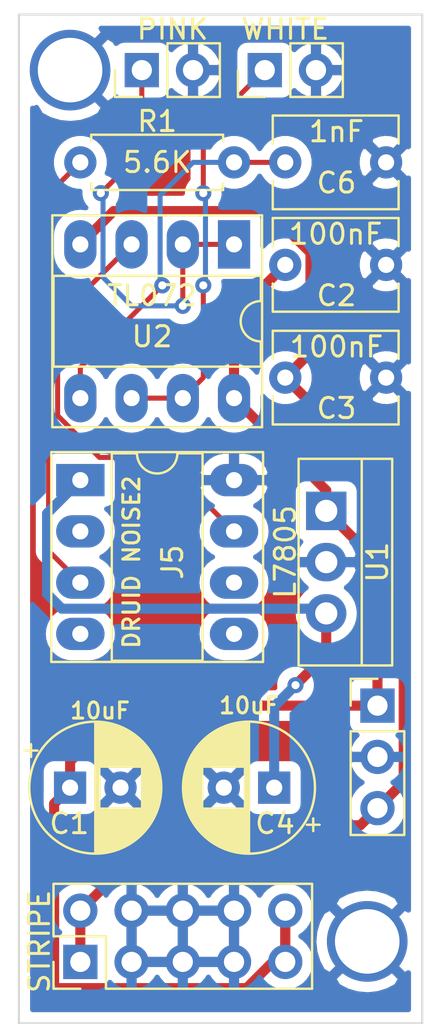
<source format=kicad_pcb>
(kicad_pcb (version 20171130) (host pcbnew "(5.1.9)-1")

  (general
    (thickness 1.6)
    (drawings 4)
    (tracks 76)
    (zones 0)
    (modules 15)
    (nets 14)
  )

  (page A4)
  (layers
    (0 F.Cu signal)
    (31 B.Cu signal hide)
    (32 B.Adhes user hide)
    (33 F.Adhes user hide)
    (34 B.Paste user hide)
    (35 F.Paste user hide)
    (36 B.SilkS user)
    (37 F.SilkS user)
    (38 B.Mask user)
    (39 F.Mask user)
    (40 Dwgs.User user hide)
    (41 Cmts.User user hide)
    (42 Eco1.User user hide)
    (43 Eco2.User user hide)
    (44 Edge.Cuts user)
    (45 Margin user hide)
    (46 B.CrtYd user hide)
    (47 F.CrtYd user hide)
    (48 B.Fab user)
    (49 F.Fab user hide)
  )

  (setup
    (last_trace_width 0.25)
    (user_trace_width 0.5)
    (user_trace_width 1)
    (user_trace_width 2)
    (trace_clearance 0.2)
    (zone_clearance 0.508)
    (zone_45_only no)
    (trace_min 0.2)
    (via_size 0.8)
    (via_drill 0.4)
    (via_min_size 0.4)
    (via_min_drill 0.3)
    (uvia_size 0.3)
    (uvia_drill 0.1)
    (uvias_allowed no)
    (uvia_min_size 0.2)
    (uvia_min_drill 0.1)
    (edge_width 0.05)
    (segment_width 0.2)
    (pcb_text_width 0.3)
    (pcb_text_size 1.5 1.5)
    (mod_edge_width 0.12)
    (mod_text_size 1 1)
    (mod_text_width 0.15)
    (pad_size 4 4)
    (pad_drill 3.2)
    (pad_to_mask_clearance 0)
    (aux_axis_origin 0 0)
    (grid_origin 116.84 104.14)
    (visible_elements 7FFFFFFF)
    (pcbplotparams
      (layerselection 0x010f0_ffffffff)
      (usegerberextensions false)
      (usegerberattributes true)
      (usegerberadvancedattributes true)
      (creategerberjobfile true)
      (excludeedgelayer true)
      (linewidth 0.100000)
      (plotframeref false)
      (viasonmask false)
      (mode 1)
      (useauxorigin false)
      (hpglpennumber 1)
      (hpglpenspeed 20)
      (hpglpendiameter 15.000000)
      (psnegative false)
      (psa4output false)
      (plotreference true)
      (plotvalue true)
      (plotinvisibletext false)
      (padsonsilk false)
      (subtractmaskfromsilk false)
      (outputformat 1)
      (mirror false)
      (drillshape 0)
      (scaleselection 1)
      (outputdirectory "Z:/Archie/KiCad/KiCad Files/NoiseGen/Gerber/"))
  )

  (net 0 "")
  (net 1 GND)
  (net 2 +12V)
  (net 3 +5V)
  (net 4 "Net-(C6-Pad1)")
  (net 5 -12V)
  (net 6 "Net-(J3-Pad1)")
  (net 7 "Net-(J4-Pad1)")
  (net 8 "Net-(J5-Pad7)")
  (net 9 "Net-(J5-Pad3)")
  (net 10 "Net-(J5-Pad4)")
  (net 11 "Net-(J5-Pad6)")
  (net 12 "Net-(J5-Pad2)")
  (net 13 "Net-(J5-Pad5)")

  (net_class Default "This is the default net class."
    (clearance 0.2)
    (trace_width 0.25)
    (via_dia 0.8)
    (via_drill 0.4)
    (uvia_dia 0.3)
    (uvia_drill 0.1)
    (add_net +12V)
    (add_net +5V)
    (add_net -12V)
    (add_net GND)
    (add_net "Net-(C6-Pad1)")
    (add_net "Net-(J3-Pad1)")
    (add_net "Net-(J4-Pad1)")
    (add_net "Net-(J5-Pad2)")
    (add_net "Net-(J5-Pad3)")
    (add_net "Net-(J5-Pad4)")
    (add_net "Net-(J5-Pad5)")
    (add_net "Net-(J5-Pad6)")
    (add_net "Net-(J5-Pad7)")
  )

  (module MountingHole:MountingHole_3.2mm_M3_Pad (layer F.Cu) (tedit 604BD272) (tstamp 604C4B9E)
    (at 119.38 56.896)
    (descr "Mounting Hole 3.2mm, M3")
    (tags "mounting hole 3.2mm m3")
    (path /604EE115)
    (attr virtual)
    (fp_text reference H2 (at 0 -4.2) (layer Cmts.User)
      (effects (font (size 1 1) (thickness 0.15)))
    )
    (fp_text value MountingHole_Pad (at 0 4.2) (layer F.Fab)
      (effects (font (size 1 1) (thickness 0.15)))
    )
    (fp_text user %R (at 0.3 0) (layer F.Fab)
      (effects (font (size 1 1) (thickness 0.15)))
    )
    (fp_circle (center 0 0) (end 3.2 0) (layer Cmts.User) (width 0.15))
    (fp_circle (center 0 0) (end 3.45 0) (layer F.CrtYd) (width 0.05))
    (pad 1 thru_hole circle (at 0 0) (size 4 4) (drill 3.2) (layers *.Cu *.Mask)
      (net 1 GND))
  )

  (module MountingHole:MountingHole_3.2mm_M3_Pad (layer F.Cu) (tedit 604BD261) (tstamp 604C4B96)
    (at 134.112 100.076)
    (descr "Mounting Hole 3.2mm, M3")
    (tags "mounting hole 3.2mm m3")
    (path /604EE87F)
    (attr virtual)
    (fp_text reference H1 (at 0 -4.2) (layer Cmts.User)
      (effects (font (size 1 1) (thickness 0.15)))
    )
    (fp_text value MountingHole_Pad (at 0 4.2) (layer F.Fab)
      (effects (font (size 1 1) (thickness 0.15)))
    )
    (fp_text user %R (at 0.3 0) (layer F.Fab)
      (effects (font (size 1 1) (thickness 0.15)))
    )
    (fp_circle (center 0 0) (end 3.2 0) (layer Cmts.User) (width 0.15))
    (fp_circle (center 0 0) (end 3.45 0) (layer F.CrtYd) (width 0.05))
    (pad 1 thru_hole circle (at 0 0) (size 4 4) (drill 3.2) (layers *.Cu *.Mask)
      (net 1 GND))
  )

  (module Package_TO_SOT_THT:TO-220-3_Vertical (layer F.Cu) (tedit 604BC7BE) (tstamp 60495154)
    (at 132.08 78.74 270)
    (descr "TO-220-3, Vertical, RM 2.54mm, see https://www.vishay.com/docs/66542/to-220-1.pdf")
    (tags "TO-220-3 Vertical RM 2.54mm")
    (path /603DE6A3)
    (fp_text reference U1 (at 2.54 -2.54 270) (layer F.SilkS)
      (effects (font (size 1 1) (thickness 0.15)))
    )
    (fp_text value L7805 (at 2.032 2.032 270) (layer F.SilkS)
      (effects (font (size 1 1) (thickness 0.15)))
    )
    (fp_line (start 7.79 -3.4) (end -2.71 -3.4) (layer F.CrtYd) (width 0.05))
    (fp_line (start 7.79 1.51) (end 7.79 -3.4) (layer F.CrtYd) (width 0.05))
    (fp_line (start -2.71 1.51) (end 7.79 1.51) (layer F.CrtYd) (width 0.05))
    (fp_line (start -2.71 -3.4) (end -2.71 1.51) (layer F.CrtYd) (width 0.05))
    (fp_line (start -2.58 -1.76) (end 7.66 -1.76) (layer F.SilkS) (width 0.12))
    (fp_line (start 7.66 -3.27) (end 7.66 1.371) (layer F.SilkS) (width 0.12))
    (fp_line (start -2.58 -3.27) (end -2.58 1.371) (layer F.SilkS) (width 0.12))
    (fp_line (start -2.58 1.371) (end 7.66 1.371) (layer F.SilkS) (width 0.12))
    (fp_line (start -2.58 -3.27) (end 7.66 -3.27) (layer F.SilkS) (width 0.12))
    (fp_line (start 4.39 -3.15) (end 4.39 -1.88) (layer F.Fab) (width 0.1))
    (fp_line (start 0.69 -3.15) (end 0.69 -1.88) (layer F.Fab) (width 0.1))
    (fp_line (start -2.46 -1.88) (end 7.54 -1.88) (layer F.Fab) (width 0.1))
    (fp_line (start 7.54 -3.15) (end -2.46 -3.15) (layer F.Fab) (width 0.1))
    (fp_line (start 7.54 1.25) (end 7.54 -3.15) (layer F.Fab) (width 0.1))
    (fp_line (start -2.46 1.25) (end 7.54 1.25) (layer F.Fab) (width 0.1))
    (fp_line (start -2.46 -3.15) (end -2.46 1.25) (layer F.Fab) (width 0.1))
    (fp_text user %R (at 2.54 -4.27 270) (layer F.Fab)
      (effects (font (size 1 1) (thickness 0.15)))
    )
    (pad 3 thru_hole oval (at 5.08 0 270) (size 1.905 2) (drill 1.1) (layers *.Cu *.Mask)
      (net 3 +5V))
    (pad 2 thru_hole oval (at 2.54 0 270) (size 1.905 2) (drill 1.1) (layers *.Cu *.Mask)
      (net 1 GND))
    (pad 1 thru_hole rect (at 0 0 270) (size 1.905 2) (drill 1.1) (layers *.Cu *.Mask)
      (net 2 +12V))
    (model ${KISYS3DMOD}/Package_TO_SOT_THT.3dshapes/TO-220-3_Vertical.wrl
      (at (xyz 0 0 0))
      (scale (xyz 1 1 1))
      (rotate (xyz 0 0 0))
    )
  )

  (module Package_DIP:DIP-8_W7.62mm_Socket_LongPads (layer F.Cu) (tedit 5A02E8C5) (tstamp 60495178)
    (at 127.508 65.532 270)
    (descr "8-lead though-hole mounted DIP package, row spacing 7.62 mm (300 mils), Socket, LongPads")
    (tags "THT DIP DIL PDIP 2.54mm 7.62mm 300mil Socket LongPads")
    (path /603D29EB)
    (fp_text reference U2 (at 4.572 4.064 180) (layer F.SilkS)
      (effects (font (size 1 1) (thickness 0.15)))
    )
    (fp_text value TL072 (at 2.54 4.064 180) (layer F.SilkS)
      (effects (font (size 1 1) (thickness 0.15)))
    )
    (fp_line (start 9.15 -1.6) (end -1.55 -1.6) (layer F.CrtYd) (width 0.05))
    (fp_line (start 9.15 9.2) (end 9.15 -1.6) (layer F.CrtYd) (width 0.05))
    (fp_line (start -1.55 9.2) (end 9.15 9.2) (layer F.CrtYd) (width 0.05))
    (fp_line (start -1.55 -1.6) (end -1.55 9.2) (layer F.CrtYd) (width 0.05))
    (fp_line (start 9.06 -1.39) (end -1.44 -1.39) (layer F.SilkS) (width 0.12))
    (fp_line (start 9.06 9.01) (end 9.06 -1.39) (layer F.SilkS) (width 0.12))
    (fp_line (start -1.44 9.01) (end 9.06 9.01) (layer F.SilkS) (width 0.12))
    (fp_line (start -1.44 -1.39) (end -1.44 9.01) (layer F.SilkS) (width 0.12))
    (fp_line (start 6.06 -1.33) (end 4.81 -1.33) (layer F.SilkS) (width 0.12))
    (fp_line (start 6.06 8.95) (end 6.06 -1.33) (layer F.SilkS) (width 0.12))
    (fp_line (start 1.56 8.95) (end 6.06 8.95) (layer F.SilkS) (width 0.12))
    (fp_line (start 1.56 -1.33) (end 1.56 8.95) (layer F.SilkS) (width 0.12))
    (fp_line (start 2.81 -1.33) (end 1.56 -1.33) (layer F.SilkS) (width 0.12))
    (fp_line (start 8.89 -1.33) (end -1.27 -1.33) (layer F.Fab) (width 0.1))
    (fp_line (start 8.89 8.95) (end 8.89 -1.33) (layer F.Fab) (width 0.1))
    (fp_line (start -1.27 8.95) (end 8.89 8.95) (layer F.Fab) (width 0.1))
    (fp_line (start -1.27 -1.33) (end -1.27 8.95) (layer F.Fab) (width 0.1))
    (fp_line (start 0.635 -0.27) (end 1.635 -1.27) (layer F.Fab) (width 0.1))
    (fp_line (start 0.635 8.89) (end 0.635 -0.27) (layer F.Fab) (width 0.1))
    (fp_line (start 6.985 8.89) (end 0.635 8.89) (layer F.Fab) (width 0.1))
    (fp_line (start 6.985 -1.27) (end 6.985 8.89) (layer F.Fab) (width 0.1))
    (fp_line (start 1.635 -1.27) (end 6.985 -1.27) (layer F.Fab) (width 0.1))
    (fp_text user %R (at 3.81 3.81 90) (layer F.Fab)
      (effects (font (size 1 1) (thickness 0.15)))
    )
    (fp_arc (start 3.81 -1.33) (end 2.81 -1.33) (angle -180) (layer F.SilkS) (width 0.12))
    (pad 8 thru_hole oval (at 7.62 0 270) (size 2.4 1.6) (drill 0.8) (layers *.Cu *.Mask)
      (net 2 +12V))
    (pad 4 thru_hole oval (at 0 7.62 270) (size 2.4 1.6) (drill 0.8) (layers *.Cu *.Mask)
      (net 5 -12V))
    (pad 7 thru_hole oval (at 7.62 2.54 270) (size 2.4 1.6) (drill 0.8) (layers *.Cu *.Mask)
      (net 6 "Net-(J3-Pad1)"))
    (pad 3 thru_hole oval (at 0 5.08 270) (size 2.4 1.6) (drill 0.8) (layers *.Cu *.Mask)
      (net 8 "Net-(J5-Pad7)"))
    (pad 6 thru_hole oval (at 7.62 5.08 270) (size 2.4 1.6) (drill 0.8) (layers *.Cu *.Mask)
      (net 6 "Net-(J3-Pad1)"))
    (pad 2 thru_hole oval (at 0 2.54 270) (size 2.4 1.6) (drill 0.8) (layers *.Cu *.Mask)
      (net 7 "Net-(J4-Pad1)"))
    (pad 5 thru_hole oval (at 7.62 7.62 270) (size 2.4 1.6) (drill 0.8) (layers *.Cu *.Mask)
      (net 4 "Net-(C6-Pad1)"))
    (pad 1 thru_hole rect (at 0 0 270) (size 2.4 1.6) (drill 0.8) (layers *.Cu *.Mask)
      (net 7 "Net-(J4-Pad1)"))
    (model ${KISYS3DMOD}/Package_DIP.3dshapes/DIP-8_W7.62mm_Socket.wrl
      (at (xyz 0 0 0))
      (scale (xyz 1 1 1))
      (rotate (xyz 0 0 0))
    )
  )

  (module Resistor_THT:R_Axial_DIN0207_L6.3mm_D2.5mm_P7.62mm_Horizontal (layer F.Cu) (tedit 5AE5139B) (tstamp 6049513A)
    (at 127.508 61.468 180)
    (descr "Resistor, Axial_DIN0207 series, Axial, Horizontal, pin pitch=7.62mm, 0.25W = 1/4W, length*diameter=6.3*2.5mm^2, http://cdn-reichelt.de/documents/datenblatt/B400/1_4W%23YAG.pdf")
    (tags "Resistor Axial_DIN0207 series Axial Horizontal pin pitch 7.62mm 0.25W = 1/4W length 6.3mm diameter 2.5mm")
    (path /603D8C8D)
    (fp_text reference R1 (at 3.81 2.032) (layer F.SilkS)
      (effects (font (size 1 1) (thickness 0.15)))
    )
    (fp_text value 5.6K (at 3.81 0) (layer F.SilkS)
      (effects (font (size 1 1) (thickness 0.15)))
    )
    (fp_line (start 8.67 -1.5) (end -1.05 -1.5) (layer F.CrtYd) (width 0.05))
    (fp_line (start 8.67 1.5) (end 8.67 -1.5) (layer F.CrtYd) (width 0.05))
    (fp_line (start -1.05 1.5) (end 8.67 1.5) (layer F.CrtYd) (width 0.05))
    (fp_line (start -1.05 -1.5) (end -1.05 1.5) (layer F.CrtYd) (width 0.05))
    (fp_line (start 7.08 1.37) (end 7.08 1.04) (layer F.SilkS) (width 0.12))
    (fp_line (start 0.54 1.37) (end 7.08 1.37) (layer F.SilkS) (width 0.12))
    (fp_line (start 0.54 1.04) (end 0.54 1.37) (layer F.SilkS) (width 0.12))
    (fp_line (start 7.08 -1.37) (end 7.08 -1.04) (layer F.SilkS) (width 0.12))
    (fp_line (start 0.54 -1.37) (end 7.08 -1.37) (layer F.SilkS) (width 0.12))
    (fp_line (start 0.54 -1.04) (end 0.54 -1.37) (layer F.SilkS) (width 0.12))
    (fp_line (start 7.62 0) (end 6.96 0) (layer F.Fab) (width 0.1))
    (fp_line (start 0 0) (end 0.66 0) (layer F.Fab) (width 0.1))
    (fp_line (start 6.96 -1.25) (end 0.66 -1.25) (layer F.Fab) (width 0.1))
    (fp_line (start 6.96 1.25) (end 6.96 -1.25) (layer F.Fab) (width 0.1))
    (fp_line (start 0.66 1.25) (end 6.96 1.25) (layer F.Fab) (width 0.1))
    (fp_line (start 0.66 -1.25) (end 0.66 1.25) (layer F.Fab) (width 0.1))
    (fp_text user %R (at 3.81 0) (layer F.Fab)
      (effects (font (size 1 1) (thickness 0.15)))
    )
    (pad 2 thru_hole oval (at 7.62 0 180) (size 1.6 1.6) (drill 0.8) (layers *.Cu *.Mask)
      (net 9 "Net-(J5-Pad3)"))
    (pad 1 thru_hole circle (at 0 0 180) (size 1.6 1.6) (drill 0.8) (layers *.Cu *.Mask)
      (net 4 "Net-(C6-Pad1)"))
    (model ${KISYS3DMOD}/Resistor_THT.3dshapes/R_Axial_DIN0207_L6.3mm_D2.5mm_P7.62mm_Horizontal.wrl
      (at (xyz 0 0 0))
      (scale (xyz 1 1 1))
      (rotate (xyz 0 0 0))
    )
  )

  (module Package_DIP:DIP-8_W7.62mm_Socket_LongPads (layer F.Cu) (tedit 5A02E8C5) (tstamp 60495123)
    (at 119.888 77.216)
    (descr "8-lead though-hole mounted DIP package, row spacing 7.62 mm (300 mils), Socket, LongPads")
    (tags "THT DIP DIL PDIP 2.54mm 7.62mm 300mil Socket LongPads")
    (path /60494CE6)
    (fp_text reference J5 (at 4.572 4.064 90) (layer F.SilkS)
      (effects (font (size 1 1) (thickness 0.15)))
    )
    (fp_text value "DRUID NOISE2" (at 2.54 4.064 90 unlocked) (layer F.SilkS)
      (effects (font (size 0.8 0.8) (thickness 0.15)))
    )
    (fp_line (start 9.15 -1.6) (end -1.55 -1.6) (layer F.CrtYd) (width 0.05))
    (fp_line (start 9.15 9.2) (end 9.15 -1.6) (layer F.CrtYd) (width 0.05))
    (fp_line (start -1.55 9.2) (end 9.15 9.2) (layer F.CrtYd) (width 0.05))
    (fp_line (start -1.55 -1.6) (end -1.55 9.2) (layer F.CrtYd) (width 0.05))
    (fp_line (start 9.06 -1.39) (end -1.44 -1.39) (layer F.SilkS) (width 0.12))
    (fp_line (start 9.06 9.01) (end 9.06 -1.39) (layer F.SilkS) (width 0.12))
    (fp_line (start -1.44 9.01) (end 9.06 9.01) (layer F.SilkS) (width 0.12))
    (fp_line (start -1.44 -1.39) (end -1.44 9.01) (layer F.SilkS) (width 0.12))
    (fp_line (start 6.06 -1.33) (end 4.81 -1.33) (layer F.SilkS) (width 0.12))
    (fp_line (start 6.06 8.95) (end 6.06 -1.33) (layer F.SilkS) (width 0.12))
    (fp_line (start 1.56 8.95) (end 6.06 8.95) (layer F.SilkS) (width 0.12))
    (fp_line (start 1.56 -1.33) (end 1.56 8.95) (layer F.SilkS) (width 0.12))
    (fp_line (start 2.81 -1.33) (end 1.56 -1.33) (layer F.SilkS) (width 0.12))
    (fp_line (start 8.89 -1.33) (end -1.27 -1.33) (layer F.Fab) (width 0.1))
    (fp_line (start 8.89 8.95) (end 8.89 -1.33) (layer F.Fab) (width 0.1))
    (fp_line (start -1.27 8.95) (end 8.89 8.95) (layer F.Fab) (width 0.1))
    (fp_line (start -1.27 -1.33) (end -1.27 8.95) (layer F.Fab) (width 0.1))
    (fp_line (start 0.635 -0.27) (end 1.635 -1.27) (layer F.Fab) (width 0.1))
    (fp_line (start 0.635 8.89) (end 0.635 -0.27) (layer F.Fab) (width 0.1))
    (fp_line (start 6.985 8.89) (end 0.635 8.89) (layer F.Fab) (width 0.1))
    (fp_line (start 6.985 -1.27) (end 6.985 8.89) (layer F.Fab) (width 0.1))
    (fp_line (start 1.635 -1.27) (end 6.985 -1.27) (layer F.Fab) (width 0.1))
    (fp_text user %R (at 3.81 3.81) (layer F.Fab)
      (effects (font (size 1 1) (thickness 0.15)))
    )
    (fp_arc (start 3.81 -1.33) (end 2.81 -1.33) (angle -180) (layer F.SilkS) (width 0.12))
    (pad 8 thru_hole oval (at 7.62 0) (size 2.4 1.6) (drill 0.8) (layers *.Cu *.Mask)
      (net 1 GND))
    (pad 4 thru_hole oval (at 0 7.62) (size 2.4 1.6) (drill 0.8) (layers *.Cu *.Mask)
      (net 10 "Net-(J5-Pad4)"))
    (pad 7 thru_hole oval (at 7.62 2.54) (size 2.4 1.6) (drill 0.8) (layers *.Cu *.Mask)
      (net 8 "Net-(J5-Pad7)"))
    (pad 3 thru_hole oval (at 0 5.08) (size 2.4 1.6) (drill 0.8) (layers *.Cu *.Mask)
      (net 9 "Net-(J5-Pad3)"))
    (pad 6 thru_hole oval (at 7.62 5.08) (size 2.4 1.6) (drill 0.8) (layers *.Cu *.Mask)
      (net 11 "Net-(J5-Pad6)"))
    (pad 2 thru_hole oval (at 0 2.54) (size 2.4 1.6) (drill 0.8) (layers *.Cu *.Mask)
      (net 12 "Net-(J5-Pad2)"))
    (pad 5 thru_hole oval (at 7.62 7.62) (size 2.4 1.6) (drill 0.8) (layers *.Cu *.Mask)
      (net 13 "Net-(J5-Pad5)"))
    (pad 1 thru_hole rect (at 0 0) (size 2.4 1.6) (drill 0.8) (layers *.Cu *.Mask)
      (net 3 +5V))
    (model ${KISYS3DMOD}/Package_DIP.3dshapes/DIP-8_W7.62mm_Socket.wrl
      (at (xyz 0 0 0))
      (scale (xyz 1 1 1))
      (rotate (xyz 0 0 0))
    )
  )

  (module Connector_PinHeader_2.54mm:PinHeader_1x02_P2.54mm_Vertical (layer F.Cu) (tedit 59FED5CC) (tstamp 604950FF)
    (at 122.936 56.896 90)
    (descr "Through hole straight pin header, 1x02, 2.54mm pitch, single row")
    (tags "Through hole pin header THT 1x02 2.54mm single row")
    (path /603DC5B1)
    (fp_text reference J4 (at 0 -2.33 90) (layer Cmts.User)
      (effects (font (size 1 1) (thickness 0.15)))
    )
    (fp_text value PINK (at 2.032 1.524) (layer F.SilkS)
      (effects (font (size 1 1) (thickness 0.15)))
    )
    (fp_line (start 1.8 -1.8) (end -1.8 -1.8) (layer F.CrtYd) (width 0.05))
    (fp_line (start 1.8 4.35) (end 1.8 -1.8) (layer F.CrtYd) (width 0.05))
    (fp_line (start -1.8 4.35) (end 1.8 4.35) (layer F.CrtYd) (width 0.05))
    (fp_line (start -1.8 -1.8) (end -1.8 4.35) (layer F.CrtYd) (width 0.05))
    (fp_line (start -1.33 -1.33) (end 0 -1.33) (layer F.SilkS) (width 0.12))
    (fp_line (start -1.33 0) (end -1.33 -1.33) (layer F.SilkS) (width 0.12))
    (fp_line (start -1.33 1.27) (end 1.33 1.27) (layer F.SilkS) (width 0.12))
    (fp_line (start 1.33 1.27) (end 1.33 3.87) (layer F.SilkS) (width 0.12))
    (fp_line (start -1.33 1.27) (end -1.33 3.87) (layer F.SilkS) (width 0.12))
    (fp_line (start -1.33 3.87) (end 1.33 3.87) (layer F.SilkS) (width 0.12))
    (fp_line (start -1.27 -0.635) (end -0.635 -1.27) (layer F.Fab) (width 0.1))
    (fp_line (start -1.27 3.81) (end -1.27 -0.635) (layer F.Fab) (width 0.1))
    (fp_line (start 1.27 3.81) (end -1.27 3.81) (layer F.Fab) (width 0.1))
    (fp_line (start 1.27 -1.27) (end 1.27 3.81) (layer F.Fab) (width 0.1))
    (fp_line (start -0.635 -1.27) (end 1.27 -1.27) (layer F.Fab) (width 0.1))
    (fp_text user %R (at 0 1.27) (layer F.Fab)
      (effects (font (size 1 1) (thickness 0.15)))
    )
    (pad 2 thru_hole oval (at 0 2.54 90) (size 1.7 1.7) (drill 1) (layers *.Cu *.Mask)
      (net 1 GND))
    (pad 1 thru_hole rect (at 0 0 90) (size 1.7 1.7) (drill 1) (layers *.Cu *.Mask)
      (net 7 "Net-(J4-Pad1)"))
    (model ${KISYS3DMOD}/Connector_PinHeader_2.54mm.3dshapes/PinHeader_1x02_P2.54mm_Vertical.wrl
      (at (xyz 0 0 0))
      (scale (xyz 1 1 1))
      (rotate (xyz 0 0 0))
    )
  )

  (module Connector_PinHeader_2.54mm:PinHeader_1x02_P2.54mm_Vertical (layer F.Cu) (tedit 59FED5CC) (tstamp 604950E9)
    (at 129.032 56.896 90)
    (descr "Through hole straight pin header, 1x02, 2.54mm pitch, single row")
    (tags "Through hole pin header THT 1x02 2.54mm single row")
    (path /603DB2F6)
    (fp_text reference J3 (at 0 -2.33 90) (layer Cmts.User)
      (effects (font (size 1 1) (thickness 0.15)))
    )
    (fp_text value WHITE (at 2.032 1.016) (layer F.SilkS)
      (effects (font (size 1 1) (thickness 0.15)))
    )
    (fp_line (start 1.8 -1.8) (end -1.8 -1.8) (layer F.CrtYd) (width 0.05))
    (fp_line (start 1.8 4.35) (end 1.8 -1.8) (layer F.CrtYd) (width 0.05))
    (fp_line (start -1.8 4.35) (end 1.8 4.35) (layer F.CrtYd) (width 0.05))
    (fp_line (start -1.8 -1.8) (end -1.8 4.35) (layer F.CrtYd) (width 0.05))
    (fp_line (start -1.33 -1.33) (end 0 -1.33) (layer F.SilkS) (width 0.12))
    (fp_line (start -1.33 0) (end -1.33 -1.33) (layer F.SilkS) (width 0.12))
    (fp_line (start -1.33 1.27) (end 1.33 1.27) (layer F.SilkS) (width 0.12))
    (fp_line (start 1.33 1.27) (end 1.33 3.87) (layer F.SilkS) (width 0.12))
    (fp_line (start -1.33 1.27) (end -1.33 3.87) (layer F.SilkS) (width 0.12))
    (fp_line (start -1.33 3.87) (end 1.33 3.87) (layer F.SilkS) (width 0.12))
    (fp_line (start -1.27 -0.635) (end -0.635 -1.27) (layer F.Fab) (width 0.1))
    (fp_line (start -1.27 3.81) (end -1.27 -0.635) (layer F.Fab) (width 0.1))
    (fp_line (start 1.27 3.81) (end -1.27 3.81) (layer F.Fab) (width 0.1))
    (fp_line (start 1.27 -1.27) (end 1.27 3.81) (layer F.Fab) (width 0.1))
    (fp_line (start -0.635 -1.27) (end 1.27 -1.27) (layer F.Fab) (width 0.1))
    (fp_text user %R (at 0 1.27) (layer F.Fab)
      (effects (font (size 1 1) (thickness 0.15)))
    )
    (pad 2 thru_hole oval (at 0 2.54 90) (size 1.7 1.7) (drill 1) (layers *.Cu *.Mask)
      (net 1 GND))
    (pad 1 thru_hole rect (at 0 0 90) (size 1.7 1.7) (drill 1) (layers *.Cu *.Mask)
      (net 6 "Net-(J3-Pad1)"))
    (model ${KISYS3DMOD}/Connector_PinHeader_2.54mm.3dshapes/PinHeader_1x02_P2.54mm_Vertical.wrl
      (at (xyz 0 0 0))
      (scale (xyz 1 1 1))
      (rotate (xyz 0 0 0))
    )
  )

  (module Connector_PinHeader_2.54mm:PinHeader_1x03_P2.54mm_Vertical (layer F.Cu) (tedit 59FED5CC) (tstamp 604950D3)
    (at 134.62 88.392)
    (descr "Through hole straight pin header, 1x03, 2.54mm pitch, single row")
    (tags "Through hole pin header THT 1x03 2.54mm single row")
    (path /603F1210)
    (fp_text reference J2 (at 0 -2.33) (layer Cmts.User)
      (effects (font (size 1 1) (thickness 0.15)))
    )
    (fp_text value "TEST HEADER" (at 0 7.41) (layer F.Fab)
      (effects (font (size 1 1) (thickness 0.15)))
    )
    (fp_line (start 1.8 -1.8) (end -1.8 -1.8) (layer F.CrtYd) (width 0.05))
    (fp_line (start 1.8 6.85) (end 1.8 -1.8) (layer F.CrtYd) (width 0.05))
    (fp_line (start -1.8 6.85) (end 1.8 6.85) (layer F.CrtYd) (width 0.05))
    (fp_line (start -1.8 -1.8) (end -1.8 6.85) (layer F.CrtYd) (width 0.05))
    (fp_line (start -1.33 -1.33) (end 0 -1.33) (layer F.SilkS) (width 0.12))
    (fp_line (start -1.33 0) (end -1.33 -1.33) (layer F.SilkS) (width 0.12))
    (fp_line (start -1.33 1.27) (end 1.33 1.27) (layer F.SilkS) (width 0.12))
    (fp_line (start 1.33 1.27) (end 1.33 6.41) (layer F.SilkS) (width 0.12))
    (fp_line (start -1.33 1.27) (end -1.33 6.41) (layer F.SilkS) (width 0.12))
    (fp_line (start -1.33 6.41) (end 1.33 6.41) (layer F.SilkS) (width 0.12))
    (fp_line (start -1.27 -0.635) (end -0.635 -1.27) (layer F.Fab) (width 0.1))
    (fp_line (start -1.27 6.35) (end -1.27 -0.635) (layer F.Fab) (width 0.1))
    (fp_line (start 1.27 6.35) (end -1.27 6.35) (layer F.Fab) (width 0.1))
    (fp_line (start 1.27 -1.27) (end 1.27 6.35) (layer F.Fab) (width 0.1))
    (fp_line (start -0.635 -1.27) (end 1.27 -1.27) (layer F.Fab) (width 0.1))
    (fp_text user %R (at 0 2.54 -270) (layer F.Fab)
      (effects (font (size 1 1) (thickness 0.15)))
    )
    (pad 3 thru_hole oval (at 0 5.08) (size 1.7 1.7) (drill 1) (layers *.Cu *.Mask)
      (net 5 -12V))
    (pad 2 thru_hole oval (at 0 2.54) (size 1.7 1.7) (drill 1) (layers *.Cu *.Mask)
      (net 1 GND))
    (pad 1 thru_hole rect (at 0 0) (size 1.7 1.7) (drill 1) (layers *.Cu *.Mask)
      (net 2 +12V))
    (model ${KISYS3DMOD}/Connector_PinHeader_2.54mm.3dshapes/PinHeader_1x03_P2.54mm_Vertical.wrl
      (at (xyz 0 0 0))
      (scale (xyz 1 1 1))
      (rotate (xyz 0 0 0))
    )
  )

  (module Connector_PinHeader_2.54mm:PinHeader_2x05_P2.54mm_Vertical (layer F.Cu) (tedit 59FED5CC) (tstamp 604950BC)
    (at 119.888 101.092 90)
    (descr "Through hole straight pin header, 2x05, 2.54mm pitch, double rows")
    (tags "Through hole pin header THT 2x05 2.54mm double row")
    (path /603DF32B)
    (fp_text reference J1 (at 1.27 -2.33 90) (layer Cmts.User)
      (effects (font (size 1 1) (thickness 0.15)))
    )
    (fp_text value STRIPE (at 1.016 -2.032 90) (layer F.SilkS)
      (effects (font (size 1 1) (thickness 0.15)))
    )
    (fp_line (start 4.35 -1.8) (end -1.8 -1.8) (layer F.CrtYd) (width 0.05))
    (fp_line (start 4.35 11.95) (end 4.35 -1.8) (layer F.CrtYd) (width 0.05))
    (fp_line (start -1.8 11.95) (end 4.35 11.95) (layer F.CrtYd) (width 0.05))
    (fp_line (start -1.8 -1.8) (end -1.8 11.95) (layer F.CrtYd) (width 0.05))
    (fp_line (start -1.33 -1.33) (end 0 -1.33) (layer F.SilkS) (width 0.12))
    (fp_line (start -1.33 0) (end -1.33 -1.33) (layer F.SilkS) (width 0.12))
    (fp_line (start 1.27 -1.33) (end 3.87 -1.33) (layer F.SilkS) (width 0.12))
    (fp_line (start 1.27 1.27) (end 1.27 -1.33) (layer F.SilkS) (width 0.12))
    (fp_line (start -1.33 1.27) (end 1.27 1.27) (layer F.SilkS) (width 0.12))
    (fp_line (start 3.87 -1.33) (end 3.87 11.49) (layer F.SilkS) (width 0.12))
    (fp_line (start -1.33 1.27) (end -1.33 11.49) (layer F.SilkS) (width 0.12))
    (fp_line (start -1.33 11.49) (end 3.87 11.49) (layer F.SilkS) (width 0.12))
    (fp_line (start -1.27 0) (end 0 -1.27) (layer F.Fab) (width 0.1))
    (fp_line (start -1.27 11.43) (end -1.27 0) (layer F.Fab) (width 0.1))
    (fp_line (start 3.81 11.43) (end -1.27 11.43) (layer F.Fab) (width 0.1))
    (fp_line (start 3.81 -1.27) (end 3.81 11.43) (layer F.Fab) (width 0.1))
    (fp_line (start 0 -1.27) (end 3.81 -1.27) (layer F.Fab) (width 0.1))
    (fp_text user %R (at 1.27 5.08) (layer F.Fab)
      (effects (font (size 1 1) (thickness 0.15)))
    )
    (pad 10 thru_hole oval (at 2.54 10.16 90) (size 1.7 1.7) (drill 1) (layers *.Cu *.Mask)
      (net 2 +12V))
    (pad 9 thru_hole oval (at 0 10.16 90) (size 1.7 1.7) (drill 1) (layers *.Cu *.Mask)
      (net 2 +12V))
    (pad 8 thru_hole oval (at 2.54 7.62 90) (size 1.7 1.7) (drill 1) (layers *.Cu *.Mask)
      (net 1 GND))
    (pad 7 thru_hole oval (at 0 7.62 90) (size 1.7 1.7) (drill 1) (layers *.Cu *.Mask)
      (net 1 GND))
    (pad 6 thru_hole oval (at 2.54 5.08 90) (size 1.7 1.7) (drill 1) (layers *.Cu *.Mask)
      (net 1 GND))
    (pad 5 thru_hole oval (at 0 5.08 90) (size 1.7 1.7) (drill 1) (layers *.Cu *.Mask)
      (net 1 GND))
    (pad 4 thru_hole oval (at 2.54 2.54 90) (size 1.7 1.7) (drill 1) (layers *.Cu *.Mask)
      (net 1 GND))
    (pad 3 thru_hole oval (at 0 2.54 90) (size 1.7 1.7) (drill 1) (layers *.Cu *.Mask)
      (net 1 GND))
    (pad 2 thru_hole oval (at 2.54 0 90) (size 1.7 1.7) (drill 1) (layers *.Cu *.Mask)
      (net 5 -12V))
    (pad 1 thru_hole rect (at 0 0 90) (size 1.7 1.7) (drill 1) (layers *.Cu *.Mask)
      (net 5 -12V))
    (model ${KISYS3DMOD}/Connector_PinHeader_2.54mm.3dshapes/PinHeader_2x05_P2.54mm_Vertical.wrl
      (at (xyz 0 0 0))
      (scale (xyz 1 1 1))
      (rotate (xyz 0 0 0))
    )
  )

  (module Capacitor_THT:C_Disc_D6.0mm_W4.4mm_P5.00mm (layer F.Cu) (tedit 5AE50EF0) (tstamp 6049509C)
    (at 130.048 61.468)
    (descr "C, Disc series, Radial, pin pitch=5.00mm, , diameter*width=6*4.4mm^2, Capacitor")
    (tags "C Disc series Radial pin pitch 5.00mm  diameter 6mm width 4.4mm Capacitor")
    (path /603D90B9)
    (fp_text reference C6 (at 2.54 1.016) (layer F.SilkS)
      (effects (font (size 1 1) (thickness 0.15)))
    )
    (fp_text value 1nF (at 2.54 -1.524) (layer F.SilkS)
      (effects (font (size 1 1) (thickness 0.15)))
    )
    (fp_line (start 6.05 -2.45) (end -1.05 -2.45) (layer F.CrtYd) (width 0.05))
    (fp_line (start 6.05 2.45) (end 6.05 -2.45) (layer F.CrtYd) (width 0.05))
    (fp_line (start -1.05 2.45) (end 6.05 2.45) (layer F.CrtYd) (width 0.05))
    (fp_line (start -1.05 -2.45) (end -1.05 2.45) (layer F.CrtYd) (width 0.05))
    (fp_line (start 5.62 0.925) (end 5.62 2.321) (layer F.SilkS) (width 0.12))
    (fp_line (start 5.62 -2.321) (end 5.62 -0.925) (layer F.SilkS) (width 0.12))
    (fp_line (start -0.62 0.925) (end -0.62 2.321) (layer F.SilkS) (width 0.12))
    (fp_line (start -0.62 -2.321) (end -0.62 -0.925) (layer F.SilkS) (width 0.12))
    (fp_line (start -0.62 2.321) (end 5.62 2.321) (layer F.SilkS) (width 0.12))
    (fp_line (start -0.62 -2.321) (end 5.62 -2.321) (layer F.SilkS) (width 0.12))
    (fp_line (start 5.5 -2.2) (end -0.5 -2.2) (layer F.Fab) (width 0.1))
    (fp_line (start 5.5 2.2) (end 5.5 -2.2) (layer F.Fab) (width 0.1))
    (fp_line (start -0.5 2.2) (end 5.5 2.2) (layer F.Fab) (width 0.1))
    (fp_line (start -0.5 -2.2) (end -0.5 2.2) (layer F.Fab) (width 0.1))
    (fp_text user %R (at 2.5 0) (layer F.Fab)
      (effects (font (size 1 1) (thickness 0.15)))
    )
    (pad 2 thru_hole circle (at 5 0) (size 1.6 1.6) (drill 0.8) (layers *.Cu *.Mask)
      (net 1 GND))
    (pad 1 thru_hole circle (at 0 0) (size 1.6 1.6) (drill 0.8) (layers *.Cu *.Mask)
      (net 4 "Net-(C6-Pad1)"))
    (model ${KISYS3DMOD}/Capacitor_THT.3dshapes/C_Disc_D6.0mm_W4.4mm_P5.00mm.wrl
      (at (xyz 0 0 0))
      (scale (xyz 1 1 1))
      (rotate (xyz 0 0 0))
    )
  )

  (module Capacitor_THT:CP_Radial_D6.3mm_P2.50mm (layer F.Cu) (tedit 5AE50EF0) (tstamp 60495072)
    (at 129.5 92.456 180)
    (descr "CP, Radial series, Radial, pin pitch=2.50mm, , diameter=6.3mm, Electrolytic Capacitor")
    (tags "CP Radial series Radial pin pitch 2.50mm  diameter 6.3mm Electrolytic Capacitor")
    (path /603EA95D)
    (fp_text reference C4 (at -0.04 -1.778) (layer F.SilkS)
      (effects (font (size 1 1) (thickness 0.15)))
    )
    (fp_text value 10uF (at 1.25 4.064 180) (layer F.SilkS)
      (effects (font (size 0.8 0.8) (thickness 0.15)))
    )
    (fp_line (start -1.935241 -2.154) (end -1.935241 -1.524) (layer F.SilkS) (width 0.12))
    (fp_line (start -2.250241 -1.839) (end -1.620241 -1.839) (layer F.SilkS) (width 0.12))
    (fp_line (start 4.491 -0.402) (end 4.491 0.402) (layer F.SilkS) (width 0.12))
    (fp_line (start 4.451 -0.633) (end 4.451 0.633) (layer F.SilkS) (width 0.12))
    (fp_line (start 4.411 -0.802) (end 4.411 0.802) (layer F.SilkS) (width 0.12))
    (fp_line (start 4.371 -0.94) (end 4.371 0.94) (layer F.SilkS) (width 0.12))
    (fp_line (start 4.331 -1.059) (end 4.331 1.059) (layer F.SilkS) (width 0.12))
    (fp_line (start 4.291 -1.165) (end 4.291 1.165) (layer F.SilkS) (width 0.12))
    (fp_line (start 4.251 -1.262) (end 4.251 1.262) (layer F.SilkS) (width 0.12))
    (fp_line (start 4.211 -1.35) (end 4.211 1.35) (layer F.SilkS) (width 0.12))
    (fp_line (start 4.171 -1.432) (end 4.171 1.432) (layer F.SilkS) (width 0.12))
    (fp_line (start 4.131 -1.509) (end 4.131 1.509) (layer F.SilkS) (width 0.12))
    (fp_line (start 4.091 -1.581) (end 4.091 1.581) (layer F.SilkS) (width 0.12))
    (fp_line (start 4.051 -1.65) (end 4.051 1.65) (layer F.SilkS) (width 0.12))
    (fp_line (start 4.011 -1.714) (end 4.011 1.714) (layer F.SilkS) (width 0.12))
    (fp_line (start 3.971 -1.776) (end 3.971 1.776) (layer F.SilkS) (width 0.12))
    (fp_line (start 3.931 -1.834) (end 3.931 1.834) (layer F.SilkS) (width 0.12))
    (fp_line (start 3.891 -1.89) (end 3.891 1.89) (layer F.SilkS) (width 0.12))
    (fp_line (start 3.851 -1.944) (end 3.851 1.944) (layer F.SilkS) (width 0.12))
    (fp_line (start 3.811 -1.995) (end 3.811 1.995) (layer F.SilkS) (width 0.12))
    (fp_line (start 3.771 -2.044) (end 3.771 2.044) (layer F.SilkS) (width 0.12))
    (fp_line (start 3.731 -2.092) (end 3.731 2.092) (layer F.SilkS) (width 0.12))
    (fp_line (start 3.691 -2.137) (end 3.691 2.137) (layer F.SilkS) (width 0.12))
    (fp_line (start 3.651 -2.182) (end 3.651 2.182) (layer F.SilkS) (width 0.12))
    (fp_line (start 3.611 -2.224) (end 3.611 2.224) (layer F.SilkS) (width 0.12))
    (fp_line (start 3.571 -2.265) (end 3.571 2.265) (layer F.SilkS) (width 0.12))
    (fp_line (start 3.531 1.04) (end 3.531 2.305) (layer F.SilkS) (width 0.12))
    (fp_line (start 3.531 -2.305) (end 3.531 -1.04) (layer F.SilkS) (width 0.12))
    (fp_line (start 3.491 1.04) (end 3.491 2.343) (layer F.SilkS) (width 0.12))
    (fp_line (start 3.491 -2.343) (end 3.491 -1.04) (layer F.SilkS) (width 0.12))
    (fp_line (start 3.451 1.04) (end 3.451 2.38) (layer F.SilkS) (width 0.12))
    (fp_line (start 3.451 -2.38) (end 3.451 -1.04) (layer F.SilkS) (width 0.12))
    (fp_line (start 3.411 1.04) (end 3.411 2.416) (layer F.SilkS) (width 0.12))
    (fp_line (start 3.411 -2.416) (end 3.411 -1.04) (layer F.SilkS) (width 0.12))
    (fp_line (start 3.371 1.04) (end 3.371 2.45) (layer F.SilkS) (width 0.12))
    (fp_line (start 3.371 -2.45) (end 3.371 -1.04) (layer F.SilkS) (width 0.12))
    (fp_line (start 3.331 1.04) (end 3.331 2.484) (layer F.SilkS) (width 0.12))
    (fp_line (start 3.331 -2.484) (end 3.331 -1.04) (layer F.SilkS) (width 0.12))
    (fp_line (start 3.291 1.04) (end 3.291 2.516) (layer F.SilkS) (width 0.12))
    (fp_line (start 3.291 -2.516) (end 3.291 -1.04) (layer F.SilkS) (width 0.12))
    (fp_line (start 3.251 1.04) (end 3.251 2.548) (layer F.SilkS) (width 0.12))
    (fp_line (start 3.251 -2.548) (end 3.251 -1.04) (layer F.SilkS) (width 0.12))
    (fp_line (start 3.211 1.04) (end 3.211 2.578) (layer F.SilkS) (width 0.12))
    (fp_line (start 3.211 -2.578) (end 3.211 -1.04) (layer F.SilkS) (width 0.12))
    (fp_line (start 3.171 1.04) (end 3.171 2.607) (layer F.SilkS) (width 0.12))
    (fp_line (start 3.171 -2.607) (end 3.171 -1.04) (layer F.SilkS) (width 0.12))
    (fp_line (start 3.131 1.04) (end 3.131 2.636) (layer F.SilkS) (width 0.12))
    (fp_line (start 3.131 -2.636) (end 3.131 -1.04) (layer F.SilkS) (width 0.12))
    (fp_line (start 3.091 1.04) (end 3.091 2.664) (layer F.SilkS) (width 0.12))
    (fp_line (start 3.091 -2.664) (end 3.091 -1.04) (layer F.SilkS) (width 0.12))
    (fp_line (start 3.051 1.04) (end 3.051 2.69) (layer F.SilkS) (width 0.12))
    (fp_line (start 3.051 -2.69) (end 3.051 -1.04) (layer F.SilkS) (width 0.12))
    (fp_line (start 3.011 1.04) (end 3.011 2.716) (layer F.SilkS) (width 0.12))
    (fp_line (start 3.011 -2.716) (end 3.011 -1.04) (layer F.SilkS) (width 0.12))
    (fp_line (start 2.971 1.04) (end 2.971 2.742) (layer F.SilkS) (width 0.12))
    (fp_line (start 2.971 -2.742) (end 2.971 -1.04) (layer F.SilkS) (width 0.12))
    (fp_line (start 2.931 1.04) (end 2.931 2.766) (layer F.SilkS) (width 0.12))
    (fp_line (start 2.931 -2.766) (end 2.931 -1.04) (layer F.SilkS) (width 0.12))
    (fp_line (start 2.891 1.04) (end 2.891 2.79) (layer F.SilkS) (width 0.12))
    (fp_line (start 2.891 -2.79) (end 2.891 -1.04) (layer F.SilkS) (width 0.12))
    (fp_line (start 2.851 1.04) (end 2.851 2.812) (layer F.SilkS) (width 0.12))
    (fp_line (start 2.851 -2.812) (end 2.851 -1.04) (layer F.SilkS) (width 0.12))
    (fp_line (start 2.811 1.04) (end 2.811 2.834) (layer F.SilkS) (width 0.12))
    (fp_line (start 2.811 -2.834) (end 2.811 -1.04) (layer F.SilkS) (width 0.12))
    (fp_line (start 2.771 1.04) (end 2.771 2.856) (layer F.SilkS) (width 0.12))
    (fp_line (start 2.771 -2.856) (end 2.771 -1.04) (layer F.SilkS) (width 0.12))
    (fp_line (start 2.731 1.04) (end 2.731 2.876) (layer F.SilkS) (width 0.12))
    (fp_line (start 2.731 -2.876) (end 2.731 -1.04) (layer F.SilkS) (width 0.12))
    (fp_line (start 2.691 1.04) (end 2.691 2.896) (layer F.SilkS) (width 0.12))
    (fp_line (start 2.691 -2.896) (end 2.691 -1.04) (layer F.SilkS) (width 0.12))
    (fp_line (start 2.651 1.04) (end 2.651 2.916) (layer F.SilkS) (width 0.12))
    (fp_line (start 2.651 -2.916) (end 2.651 -1.04) (layer F.SilkS) (width 0.12))
    (fp_line (start 2.611 1.04) (end 2.611 2.934) (layer F.SilkS) (width 0.12))
    (fp_line (start 2.611 -2.934) (end 2.611 -1.04) (layer F.SilkS) (width 0.12))
    (fp_line (start 2.571 1.04) (end 2.571 2.952) (layer F.SilkS) (width 0.12))
    (fp_line (start 2.571 -2.952) (end 2.571 -1.04) (layer F.SilkS) (width 0.12))
    (fp_line (start 2.531 1.04) (end 2.531 2.97) (layer F.SilkS) (width 0.12))
    (fp_line (start 2.531 -2.97) (end 2.531 -1.04) (layer F.SilkS) (width 0.12))
    (fp_line (start 2.491 1.04) (end 2.491 2.986) (layer F.SilkS) (width 0.12))
    (fp_line (start 2.491 -2.986) (end 2.491 -1.04) (layer F.SilkS) (width 0.12))
    (fp_line (start 2.451 1.04) (end 2.451 3.002) (layer F.SilkS) (width 0.12))
    (fp_line (start 2.451 -3.002) (end 2.451 -1.04) (layer F.SilkS) (width 0.12))
    (fp_line (start 2.411 1.04) (end 2.411 3.018) (layer F.SilkS) (width 0.12))
    (fp_line (start 2.411 -3.018) (end 2.411 -1.04) (layer F.SilkS) (width 0.12))
    (fp_line (start 2.371 1.04) (end 2.371 3.033) (layer F.SilkS) (width 0.12))
    (fp_line (start 2.371 -3.033) (end 2.371 -1.04) (layer F.SilkS) (width 0.12))
    (fp_line (start 2.331 1.04) (end 2.331 3.047) (layer F.SilkS) (width 0.12))
    (fp_line (start 2.331 -3.047) (end 2.331 -1.04) (layer F.SilkS) (width 0.12))
    (fp_line (start 2.291 1.04) (end 2.291 3.061) (layer F.SilkS) (width 0.12))
    (fp_line (start 2.291 -3.061) (end 2.291 -1.04) (layer F.SilkS) (width 0.12))
    (fp_line (start 2.251 1.04) (end 2.251 3.074) (layer F.SilkS) (width 0.12))
    (fp_line (start 2.251 -3.074) (end 2.251 -1.04) (layer F.SilkS) (width 0.12))
    (fp_line (start 2.211 1.04) (end 2.211 3.086) (layer F.SilkS) (width 0.12))
    (fp_line (start 2.211 -3.086) (end 2.211 -1.04) (layer F.SilkS) (width 0.12))
    (fp_line (start 2.171 1.04) (end 2.171 3.098) (layer F.SilkS) (width 0.12))
    (fp_line (start 2.171 -3.098) (end 2.171 -1.04) (layer F.SilkS) (width 0.12))
    (fp_line (start 2.131 1.04) (end 2.131 3.11) (layer F.SilkS) (width 0.12))
    (fp_line (start 2.131 -3.11) (end 2.131 -1.04) (layer F.SilkS) (width 0.12))
    (fp_line (start 2.091 1.04) (end 2.091 3.121) (layer F.SilkS) (width 0.12))
    (fp_line (start 2.091 -3.121) (end 2.091 -1.04) (layer F.SilkS) (width 0.12))
    (fp_line (start 2.051 1.04) (end 2.051 3.131) (layer F.SilkS) (width 0.12))
    (fp_line (start 2.051 -3.131) (end 2.051 -1.04) (layer F.SilkS) (width 0.12))
    (fp_line (start 2.011 1.04) (end 2.011 3.141) (layer F.SilkS) (width 0.12))
    (fp_line (start 2.011 -3.141) (end 2.011 -1.04) (layer F.SilkS) (width 0.12))
    (fp_line (start 1.971 1.04) (end 1.971 3.15) (layer F.SilkS) (width 0.12))
    (fp_line (start 1.971 -3.15) (end 1.971 -1.04) (layer F.SilkS) (width 0.12))
    (fp_line (start 1.93 1.04) (end 1.93 3.159) (layer F.SilkS) (width 0.12))
    (fp_line (start 1.93 -3.159) (end 1.93 -1.04) (layer F.SilkS) (width 0.12))
    (fp_line (start 1.89 1.04) (end 1.89 3.167) (layer F.SilkS) (width 0.12))
    (fp_line (start 1.89 -3.167) (end 1.89 -1.04) (layer F.SilkS) (width 0.12))
    (fp_line (start 1.85 1.04) (end 1.85 3.175) (layer F.SilkS) (width 0.12))
    (fp_line (start 1.85 -3.175) (end 1.85 -1.04) (layer F.SilkS) (width 0.12))
    (fp_line (start 1.81 1.04) (end 1.81 3.182) (layer F.SilkS) (width 0.12))
    (fp_line (start 1.81 -3.182) (end 1.81 -1.04) (layer F.SilkS) (width 0.12))
    (fp_line (start 1.77 1.04) (end 1.77 3.189) (layer F.SilkS) (width 0.12))
    (fp_line (start 1.77 -3.189) (end 1.77 -1.04) (layer F.SilkS) (width 0.12))
    (fp_line (start 1.73 1.04) (end 1.73 3.195) (layer F.SilkS) (width 0.12))
    (fp_line (start 1.73 -3.195) (end 1.73 -1.04) (layer F.SilkS) (width 0.12))
    (fp_line (start 1.69 1.04) (end 1.69 3.201) (layer F.SilkS) (width 0.12))
    (fp_line (start 1.69 -3.201) (end 1.69 -1.04) (layer F.SilkS) (width 0.12))
    (fp_line (start 1.65 1.04) (end 1.65 3.206) (layer F.SilkS) (width 0.12))
    (fp_line (start 1.65 -3.206) (end 1.65 -1.04) (layer F.SilkS) (width 0.12))
    (fp_line (start 1.61 1.04) (end 1.61 3.211) (layer F.SilkS) (width 0.12))
    (fp_line (start 1.61 -3.211) (end 1.61 -1.04) (layer F.SilkS) (width 0.12))
    (fp_line (start 1.57 1.04) (end 1.57 3.215) (layer F.SilkS) (width 0.12))
    (fp_line (start 1.57 -3.215) (end 1.57 -1.04) (layer F.SilkS) (width 0.12))
    (fp_line (start 1.53 1.04) (end 1.53 3.218) (layer F.SilkS) (width 0.12))
    (fp_line (start 1.53 -3.218) (end 1.53 -1.04) (layer F.SilkS) (width 0.12))
    (fp_line (start 1.49 1.04) (end 1.49 3.222) (layer F.SilkS) (width 0.12))
    (fp_line (start 1.49 -3.222) (end 1.49 -1.04) (layer F.SilkS) (width 0.12))
    (fp_line (start 1.45 -3.224) (end 1.45 3.224) (layer F.SilkS) (width 0.12))
    (fp_line (start 1.41 -3.227) (end 1.41 3.227) (layer F.SilkS) (width 0.12))
    (fp_line (start 1.37 -3.228) (end 1.37 3.228) (layer F.SilkS) (width 0.12))
    (fp_line (start 1.33 -3.23) (end 1.33 3.23) (layer F.SilkS) (width 0.12))
    (fp_line (start 1.29 -3.23) (end 1.29 3.23) (layer F.SilkS) (width 0.12))
    (fp_line (start 1.25 -3.23) (end 1.25 3.23) (layer F.SilkS) (width 0.12))
    (fp_line (start -1.128972 -1.6885) (end -1.128972 -1.0585) (layer F.Fab) (width 0.1))
    (fp_line (start -1.443972 -1.3735) (end -0.813972 -1.3735) (layer F.Fab) (width 0.1))
    (fp_circle (center 1.25 0) (end 4.65 0) (layer F.CrtYd) (width 0.05))
    (fp_circle (center 1.25 0) (end 4.52 0) (layer F.SilkS) (width 0.12))
    (fp_circle (center 1.25 0) (end 4.4 0) (layer F.Fab) (width 0.1))
    (fp_text user %R (at 1.25 0) (layer F.Fab)
      (effects (font (size 1 1) (thickness 0.15)))
    )
    (pad 2 thru_hole circle (at 2.5 0 180) (size 1.6 1.6) (drill 0.8) (layers *.Cu *.Mask)
      (net 1 GND))
    (pad 1 thru_hole rect (at 0 0 180) (size 1.6 1.6) (drill 0.8) (layers *.Cu *.Mask)
      (net 3 +5V))
    (model ${KISYS3DMOD}/Capacitor_THT.3dshapes/CP_Radial_D6.3mm_P2.50mm.wrl
      (at (xyz 0 0 0))
      (scale (xyz 1 1 1))
      (rotate (xyz 0 0 0))
    )
  )

  (module Capacitor_THT:C_Disc_D6.0mm_W4.4mm_P5.00mm (layer F.Cu) (tedit 5AE50EF0) (tstamp 60494FDE)
    (at 130.048 72.136)
    (descr "C, Disc series, Radial, pin pitch=5.00mm, , diameter*width=6*4.4mm^2, Capacitor")
    (tags "C Disc series Radial pin pitch 5.00mm  diameter 6mm width 4.4mm Capacitor")
    (path /603F9A1D)
    (fp_text reference C3 (at 2.54 1.524) (layer F.SilkS)
      (effects (font (size 1 1) (thickness 0.15)))
    )
    (fp_text value 100nF (at 2.54 -1.524) (layer F.SilkS)
      (effects (font (size 1 1) (thickness 0.15)))
    )
    (fp_line (start 6.05 -2.45) (end -1.05 -2.45) (layer F.CrtYd) (width 0.05))
    (fp_line (start 6.05 2.45) (end 6.05 -2.45) (layer F.CrtYd) (width 0.05))
    (fp_line (start -1.05 2.45) (end 6.05 2.45) (layer F.CrtYd) (width 0.05))
    (fp_line (start -1.05 -2.45) (end -1.05 2.45) (layer F.CrtYd) (width 0.05))
    (fp_line (start 5.62 0.925) (end 5.62 2.321) (layer F.SilkS) (width 0.12))
    (fp_line (start 5.62 -2.321) (end 5.62 -0.925) (layer F.SilkS) (width 0.12))
    (fp_line (start -0.62 0.925) (end -0.62 2.321) (layer F.SilkS) (width 0.12))
    (fp_line (start -0.62 -2.321) (end -0.62 -0.925) (layer F.SilkS) (width 0.12))
    (fp_line (start -0.62 2.321) (end 5.62 2.321) (layer F.SilkS) (width 0.12))
    (fp_line (start -0.62 -2.321) (end 5.62 -2.321) (layer F.SilkS) (width 0.12))
    (fp_line (start 5.5 -2.2) (end -0.5 -2.2) (layer F.Fab) (width 0.1))
    (fp_line (start 5.5 2.2) (end 5.5 -2.2) (layer F.Fab) (width 0.1))
    (fp_line (start -0.5 2.2) (end 5.5 2.2) (layer F.Fab) (width 0.1))
    (fp_line (start -0.5 -2.2) (end -0.5 2.2) (layer F.Fab) (width 0.1))
    (fp_text user %R (at 2.5 0) (layer F.Fab)
      (effects (font (size 1 1) (thickness 0.15)))
    )
    (pad 2 thru_hole circle (at 5 0) (size 1.6 1.6) (drill 0.8) (layers *.Cu *.Mask)
      (net 1 GND))
    (pad 1 thru_hole circle (at 0 0) (size 1.6 1.6) (drill 0.8) (layers *.Cu *.Mask)
      (net 5 -12V))
    (model ${KISYS3DMOD}/Capacitor_THT.3dshapes/C_Disc_D6.0mm_W4.4mm_P5.00mm.wrl
      (at (xyz 0 0 0))
      (scale (xyz 1 1 1))
      (rotate (xyz 0 0 0))
    )
  )

  (module Capacitor_THT:C_Disc_D6.0mm_W4.4mm_P5.00mm (layer F.Cu) (tedit 5AE50EF0) (tstamp 60494FC9)
    (at 130.048 66.548)
    (descr "C, Disc series, Radial, pin pitch=5.00mm, , diameter*width=6*4.4mm^2, Capacitor")
    (tags "C Disc series Radial pin pitch 5.00mm  diameter 6mm width 4.4mm Capacitor")
    (path /603F91C8)
    (fp_text reference C2 (at 2.54 1.524) (layer F.SilkS)
      (effects (font (size 1 1) (thickness 0.15)))
    )
    (fp_text value 100nF (at 2.5 -1.524) (layer F.SilkS)
      (effects (font (size 1 1) (thickness 0.15)))
    )
    (fp_line (start 6.05 -2.45) (end -1.05 -2.45) (layer F.CrtYd) (width 0.05))
    (fp_line (start 6.05 2.45) (end 6.05 -2.45) (layer F.CrtYd) (width 0.05))
    (fp_line (start -1.05 2.45) (end 6.05 2.45) (layer F.CrtYd) (width 0.05))
    (fp_line (start -1.05 -2.45) (end -1.05 2.45) (layer F.CrtYd) (width 0.05))
    (fp_line (start 5.62 0.925) (end 5.62 2.321) (layer F.SilkS) (width 0.12))
    (fp_line (start 5.62 -2.321) (end 5.62 -0.925) (layer F.SilkS) (width 0.12))
    (fp_line (start -0.62 0.925) (end -0.62 2.321) (layer F.SilkS) (width 0.12))
    (fp_line (start -0.62 -2.321) (end -0.62 -0.925) (layer F.SilkS) (width 0.12))
    (fp_line (start -0.62 2.321) (end 5.62 2.321) (layer F.SilkS) (width 0.12))
    (fp_line (start -0.62 -2.321) (end 5.62 -2.321) (layer F.SilkS) (width 0.12))
    (fp_line (start 5.5 -2.2) (end -0.5 -2.2) (layer F.Fab) (width 0.1))
    (fp_line (start 5.5 2.2) (end 5.5 -2.2) (layer F.Fab) (width 0.1))
    (fp_line (start -0.5 2.2) (end 5.5 2.2) (layer F.Fab) (width 0.1))
    (fp_line (start -0.5 -2.2) (end -0.5 2.2) (layer F.Fab) (width 0.1))
    (fp_text user %R (at 2.5 0) (layer F.Fab)
      (effects (font (size 1 1) (thickness 0.15)))
    )
    (pad 2 thru_hole circle (at 5 0) (size 1.6 1.6) (drill 0.8) (layers *.Cu *.Mask)
      (net 1 GND))
    (pad 1 thru_hole circle (at 0 0) (size 1.6 1.6) (drill 0.8) (layers *.Cu *.Mask)
      (net 2 +12V))
    (model ${KISYS3DMOD}/Capacitor_THT.3dshapes/C_Disc_D6.0mm_W4.4mm_P5.00mm.wrl
      (at (xyz 0 0 0))
      (scale (xyz 1 1 1))
      (rotate (xyz 0 0 0))
    )
  )

  (module Capacitor_THT:CP_Radial_D6.3mm_P2.50mm (layer F.Cu) (tedit 5AE50EF0) (tstamp 60494FB4)
    (at 119.38 92.456)
    (descr "CP, Radial series, Radial, pin pitch=2.50mm, , diameter=6.3mm, Electrolytic Capacitor")
    (tags "CP Radial series Radial pin pitch 2.50mm  diameter 6.3mm Electrolytic Capacitor")
    (path /603EAC9B)
    (fp_text reference C1 (at -0.04 1.778) (layer F.SilkS)
      (effects (font (size 1 1) (thickness 0.15)))
    )
    (fp_text value 10uF (at 1.484 -3.81 180) (layer F.SilkS)
      (effects (font (size 0.8 0.8) (thickness 0.15)))
    )
    (fp_line (start -1.935241 -2.154) (end -1.935241 -1.524) (layer F.SilkS) (width 0.12))
    (fp_line (start -2.250241 -1.839) (end -1.620241 -1.839) (layer F.SilkS) (width 0.12))
    (fp_line (start 4.491 -0.402) (end 4.491 0.402) (layer F.SilkS) (width 0.12))
    (fp_line (start 4.451 -0.633) (end 4.451 0.633) (layer F.SilkS) (width 0.12))
    (fp_line (start 4.411 -0.802) (end 4.411 0.802) (layer F.SilkS) (width 0.12))
    (fp_line (start 4.371 -0.94) (end 4.371 0.94) (layer F.SilkS) (width 0.12))
    (fp_line (start 4.331 -1.059) (end 4.331 1.059) (layer F.SilkS) (width 0.12))
    (fp_line (start 4.291 -1.165) (end 4.291 1.165) (layer F.SilkS) (width 0.12))
    (fp_line (start 4.251 -1.262) (end 4.251 1.262) (layer F.SilkS) (width 0.12))
    (fp_line (start 4.211 -1.35) (end 4.211 1.35) (layer F.SilkS) (width 0.12))
    (fp_line (start 4.171 -1.432) (end 4.171 1.432) (layer F.SilkS) (width 0.12))
    (fp_line (start 4.131 -1.509) (end 4.131 1.509) (layer F.SilkS) (width 0.12))
    (fp_line (start 4.091 -1.581) (end 4.091 1.581) (layer F.SilkS) (width 0.12))
    (fp_line (start 4.051 -1.65) (end 4.051 1.65) (layer F.SilkS) (width 0.12))
    (fp_line (start 4.011 -1.714) (end 4.011 1.714) (layer F.SilkS) (width 0.12))
    (fp_line (start 3.971 -1.776) (end 3.971 1.776) (layer F.SilkS) (width 0.12))
    (fp_line (start 3.931 -1.834) (end 3.931 1.834) (layer F.SilkS) (width 0.12))
    (fp_line (start 3.891 -1.89) (end 3.891 1.89) (layer F.SilkS) (width 0.12))
    (fp_line (start 3.851 -1.944) (end 3.851 1.944) (layer F.SilkS) (width 0.12))
    (fp_line (start 3.811 -1.995) (end 3.811 1.995) (layer F.SilkS) (width 0.12))
    (fp_line (start 3.771 -2.044) (end 3.771 2.044) (layer F.SilkS) (width 0.12))
    (fp_line (start 3.731 -2.092) (end 3.731 2.092) (layer F.SilkS) (width 0.12))
    (fp_line (start 3.691 -2.137) (end 3.691 2.137) (layer F.SilkS) (width 0.12))
    (fp_line (start 3.651 -2.182) (end 3.651 2.182) (layer F.SilkS) (width 0.12))
    (fp_line (start 3.611 -2.224) (end 3.611 2.224) (layer F.SilkS) (width 0.12))
    (fp_line (start 3.571 -2.265) (end 3.571 2.265) (layer F.SilkS) (width 0.12))
    (fp_line (start 3.531 1.04) (end 3.531 2.305) (layer F.SilkS) (width 0.12))
    (fp_line (start 3.531 -2.305) (end 3.531 -1.04) (layer F.SilkS) (width 0.12))
    (fp_line (start 3.491 1.04) (end 3.491 2.343) (layer F.SilkS) (width 0.12))
    (fp_line (start 3.491 -2.343) (end 3.491 -1.04) (layer F.SilkS) (width 0.12))
    (fp_line (start 3.451 1.04) (end 3.451 2.38) (layer F.SilkS) (width 0.12))
    (fp_line (start 3.451 -2.38) (end 3.451 -1.04) (layer F.SilkS) (width 0.12))
    (fp_line (start 3.411 1.04) (end 3.411 2.416) (layer F.SilkS) (width 0.12))
    (fp_line (start 3.411 -2.416) (end 3.411 -1.04) (layer F.SilkS) (width 0.12))
    (fp_line (start 3.371 1.04) (end 3.371 2.45) (layer F.SilkS) (width 0.12))
    (fp_line (start 3.371 -2.45) (end 3.371 -1.04) (layer F.SilkS) (width 0.12))
    (fp_line (start 3.331 1.04) (end 3.331 2.484) (layer F.SilkS) (width 0.12))
    (fp_line (start 3.331 -2.484) (end 3.331 -1.04) (layer F.SilkS) (width 0.12))
    (fp_line (start 3.291 1.04) (end 3.291 2.516) (layer F.SilkS) (width 0.12))
    (fp_line (start 3.291 -2.516) (end 3.291 -1.04) (layer F.SilkS) (width 0.12))
    (fp_line (start 3.251 1.04) (end 3.251 2.548) (layer F.SilkS) (width 0.12))
    (fp_line (start 3.251 -2.548) (end 3.251 -1.04) (layer F.SilkS) (width 0.12))
    (fp_line (start 3.211 1.04) (end 3.211 2.578) (layer F.SilkS) (width 0.12))
    (fp_line (start 3.211 -2.578) (end 3.211 -1.04) (layer F.SilkS) (width 0.12))
    (fp_line (start 3.171 1.04) (end 3.171 2.607) (layer F.SilkS) (width 0.12))
    (fp_line (start 3.171 -2.607) (end 3.171 -1.04) (layer F.SilkS) (width 0.12))
    (fp_line (start 3.131 1.04) (end 3.131 2.636) (layer F.SilkS) (width 0.12))
    (fp_line (start 3.131 -2.636) (end 3.131 -1.04) (layer F.SilkS) (width 0.12))
    (fp_line (start 3.091 1.04) (end 3.091 2.664) (layer F.SilkS) (width 0.12))
    (fp_line (start 3.091 -2.664) (end 3.091 -1.04) (layer F.SilkS) (width 0.12))
    (fp_line (start 3.051 1.04) (end 3.051 2.69) (layer F.SilkS) (width 0.12))
    (fp_line (start 3.051 -2.69) (end 3.051 -1.04) (layer F.SilkS) (width 0.12))
    (fp_line (start 3.011 1.04) (end 3.011 2.716) (layer F.SilkS) (width 0.12))
    (fp_line (start 3.011 -2.716) (end 3.011 -1.04) (layer F.SilkS) (width 0.12))
    (fp_line (start 2.971 1.04) (end 2.971 2.742) (layer F.SilkS) (width 0.12))
    (fp_line (start 2.971 -2.742) (end 2.971 -1.04) (layer F.SilkS) (width 0.12))
    (fp_line (start 2.931 1.04) (end 2.931 2.766) (layer F.SilkS) (width 0.12))
    (fp_line (start 2.931 -2.766) (end 2.931 -1.04) (layer F.SilkS) (width 0.12))
    (fp_line (start 2.891 1.04) (end 2.891 2.79) (layer F.SilkS) (width 0.12))
    (fp_line (start 2.891 -2.79) (end 2.891 -1.04) (layer F.SilkS) (width 0.12))
    (fp_line (start 2.851 1.04) (end 2.851 2.812) (layer F.SilkS) (width 0.12))
    (fp_line (start 2.851 -2.812) (end 2.851 -1.04) (layer F.SilkS) (width 0.12))
    (fp_line (start 2.811 1.04) (end 2.811 2.834) (layer F.SilkS) (width 0.12))
    (fp_line (start 2.811 -2.834) (end 2.811 -1.04) (layer F.SilkS) (width 0.12))
    (fp_line (start 2.771 1.04) (end 2.771 2.856) (layer F.SilkS) (width 0.12))
    (fp_line (start 2.771 -2.856) (end 2.771 -1.04) (layer F.SilkS) (width 0.12))
    (fp_line (start 2.731 1.04) (end 2.731 2.876) (layer F.SilkS) (width 0.12))
    (fp_line (start 2.731 -2.876) (end 2.731 -1.04) (layer F.SilkS) (width 0.12))
    (fp_line (start 2.691 1.04) (end 2.691 2.896) (layer F.SilkS) (width 0.12))
    (fp_line (start 2.691 -2.896) (end 2.691 -1.04) (layer F.SilkS) (width 0.12))
    (fp_line (start 2.651 1.04) (end 2.651 2.916) (layer F.SilkS) (width 0.12))
    (fp_line (start 2.651 -2.916) (end 2.651 -1.04) (layer F.SilkS) (width 0.12))
    (fp_line (start 2.611 1.04) (end 2.611 2.934) (layer F.SilkS) (width 0.12))
    (fp_line (start 2.611 -2.934) (end 2.611 -1.04) (layer F.SilkS) (width 0.12))
    (fp_line (start 2.571 1.04) (end 2.571 2.952) (layer F.SilkS) (width 0.12))
    (fp_line (start 2.571 -2.952) (end 2.571 -1.04) (layer F.SilkS) (width 0.12))
    (fp_line (start 2.531 1.04) (end 2.531 2.97) (layer F.SilkS) (width 0.12))
    (fp_line (start 2.531 -2.97) (end 2.531 -1.04) (layer F.SilkS) (width 0.12))
    (fp_line (start 2.491 1.04) (end 2.491 2.986) (layer F.SilkS) (width 0.12))
    (fp_line (start 2.491 -2.986) (end 2.491 -1.04) (layer F.SilkS) (width 0.12))
    (fp_line (start 2.451 1.04) (end 2.451 3.002) (layer F.SilkS) (width 0.12))
    (fp_line (start 2.451 -3.002) (end 2.451 -1.04) (layer F.SilkS) (width 0.12))
    (fp_line (start 2.411 1.04) (end 2.411 3.018) (layer F.SilkS) (width 0.12))
    (fp_line (start 2.411 -3.018) (end 2.411 -1.04) (layer F.SilkS) (width 0.12))
    (fp_line (start 2.371 1.04) (end 2.371 3.033) (layer F.SilkS) (width 0.12))
    (fp_line (start 2.371 -3.033) (end 2.371 -1.04) (layer F.SilkS) (width 0.12))
    (fp_line (start 2.331 1.04) (end 2.331 3.047) (layer F.SilkS) (width 0.12))
    (fp_line (start 2.331 -3.047) (end 2.331 -1.04) (layer F.SilkS) (width 0.12))
    (fp_line (start 2.291 1.04) (end 2.291 3.061) (layer F.SilkS) (width 0.12))
    (fp_line (start 2.291 -3.061) (end 2.291 -1.04) (layer F.SilkS) (width 0.12))
    (fp_line (start 2.251 1.04) (end 2.251 3.074) (layer F.SilkS) (width 0.12))
    (fp_line (start 2.251 -3.074) (end 2.251 -1.04) (layer F.SilkS) (width 0.12))
    (fp_line (start 2.211 1.04) (end 2.211 3.086) (layer F.SilkS) (width 0.12))
    (fp_line (start 2.211 -3.086) (end 2.211 -1.04) (layer F.SilkS) (width 0.12))
    (fp_line (start 2.171 1.04) (end 2.171 3.098) (layer F.SilkS) (width 0.12))
    (fp_line (start 2.171 -3.098) (end 2.171 -1.04) (layer F.SilkS) (width 0.12))
    (fp_line (start 2.131 1.04) (end 2.131 3.11) (layer F.SilkS) (width 0.12))
    (fp_line (start 2.131 -3.11) (end 2.131 -1.04) (layer F.SilkS) (width 0.12))
    (fp_line (start 2.091 1.04) (end 2.091 3.121) (layer F.SilkS) (width 0.12))
    (fp_line (start 2.091 -3.121) (end 2.091 -1.04) (layer F.SilkS) (width 0.12))
    (fp_line (start 2.051 1.04) (end 2.051 3.131) (layer F.SilkS) (width 0.12))
    (fp_line (start 2.051 -3.131) (end 2.051 -1.04) (layer F.SilkS) (width 0.12))
    (fp_line (start 2.011 1.04) (end 2.011 3.141) (layer F.SilkS) (width 0.12))
    (fp_line (start 2.011 -3.141) (end 2.011 -1.04) (layer F.SilkS) (width 0.12))
    (fp_line (start 1.971 1.04) (end 1.971 3.15) (layer F.SilkS) (width 0.12))
    (fp_line (start 1.971 -3.15) (end 1.971 -1.04) (layer F.SilkS) (width 0.12))
    (fp_line (start 1.93 1.04) (end 1.93 3.159) (layer F.SilkS) (width 0.12))
    (fp_line (start 1.93 -3.159) (end 1.93 -1.04) (layer F.SilkS) (width 0.12))
    (fp_line (start 1.89 1.04) (end 1.89 3.167) (layer F.SilkS) (width 0.12))
    (fp_line (start 1.89 -3.167) (end 1.89 -1.04) (layer F.SilkS) (width 0.12))
    (fp_line (start 1.85 1.04) (end 1.85 3.175) (layer F.SilkS) (width 0.12))
    (fp_line (start 1.85 -3.175) (end 1.85 -1.04) (layer F.SilkS) (width 0.12))
    (fp_line (start 1.81 1.04) (end 1.81 3.182) (layer F.SilkS) (width 0.12))
    (fp_line (start 1.81 -3.182) (end 1.81 -1.04) (layer F.SilkS) (width 0.12))
    (fp_line (start 1.77 1.04) (end 1.77 3.189) (layer F.SilkS) (width 0.12))
    (fp_line (start 1.77 -3.189) (end 1.77 -1.04) (layer F.SilkS) (width 0.12))
    (fp_line (start 1.73 1.04) (end 1.73 3.195) (layer F.SilkS) (width 0.12))
    (fp_line (start 1.73 -3.195) (end 1.73 -1.04) (layer F.SilkS) (width 0.12))
    (fp_line (start 1.69 1.04) (end 1.69 3.201) (layer F.SilkS) (width 0.12))
    (fp_line (start 1.69 -3.201) (end 1.69 -1.04) (layer F.SilkS) (width 0.12))
    (fp_line (start 1.65 1.04) (end 1.65 3.206) (layer F.SilkS) (width 0.12))
    (fp_line (start 1.65 -3.206) (end 1.65 -1.04) (layer F.SilkS) (width 0.12))
    (fp_line (start 1.61 1.04) (end 1.61 3.211) (layer F.SilkS) (width 0.12))
    (fp_line (start 1.61 -3.211) (end 1.61 -1.04) (layer F.SilkS) (width 0.12))
    (fp_line (start 1.57 1.04) (end 1.57 3.215) (layer F.SilkS) (width 0.12))
    (fp_line (start 1.57 -3.215) (end 1.57 -1.04) (layer F.SilkS) (width 0.12))
    (fp_line (start 1.53 1.04) (end 1.53 3.218) (layer F.SilkS) (width 0.12))
    (fp_line (start 1.53 -3.218) (end 1.53 -1.04) (layer F.SilkS) (width 0.12))
    (fp_line (start 1.49 1.04) (end 1.49 3.222) (layer F.SilkS) (width 0.12))
    (fp_line (start 1.49 -3.222) (end 1.49 -1.04) (layer F.SilkS) (width 0.12))
    (fp_line (start 1.45 -3.224) (end 1.45 3.224) (layer F.SilkS) (width 0.12))
    (fp_line (start 1.41 -3.227) (end 1.41 3.227) (layer F.SilkS) (width 0.12))
    (fp_line (start 1.37 -3.228) (end 1.37 3.228) (layer F.SilkS) (width 0.12))
    (fp_line (start 1.33 -3.23) (end 1.33 3.23) (layer F.SilkS) (width 0.12))
    (fp_line (start 1.29 -3.23) (end 1.29 3.23) (layer F.SilkS) (width 0.12))
    (fp_line (start 1.25 -3.23) (end 1.25 3.23) (layer F.SilkS) (width 0.12))
    (fp_line (start -1.128972 -1.6885) (end -1.128972 -1.0585) (layer F.Fab) (width 0.1))
    (fp_line (start -1.443972 -1.3735) (end -0.813972 -1.3735) (layer F.Fab) (width 0.1))
    (fp_circle (center 1.25 0) (end 4.65 0) (layer F.CrtYd) (width 0.05))
    (fp_circle (center 1.25 0) (end 4.52 0) (layer F.SilkS) (width 0.12))
    (fp_circle (center 1.25 0) (end 4.4 0) (layer F.Fab) (width 0.1))
    (fp_text user %R (at 1.25 0) (layer F.Fab)
      (effects (font (size 1 1) (thickness 0.15)))
    )
    (pad 2 thru_hole circle (at 2.5 0) (size 1.6 1.6) (drill 0.8) (layers *.Cu *.Mask)
      (net 1 GND))
    (pad 1 thru_hole rect (at 0 0) (size 1.6 1.6) (drill 0.8) (layers *.Cu *.Mask)
      (net 2 +12V))
    (model ${KISYS3DMOD}/Capacitor_THT.3dshapes/CP_Radial_D6.3mm_P2.50mm.wrl
      (at (xyz 0 0 0))
      (scale (xyz 1 1 1))
      (rotate (xyz 0 0 0))
    )
  )

  (gr_line (start 136.84 54.14) (end 136.84 104.14) (layer Edge.Cuts) (width 0.1))
  (gr_line (start 116.84 54.14) (end 136.84 54.14) (layer Edge.Cuts) (width 0.1))
  (gr_line (start 116.84 104.14) (end 116.84 54.14) (layer Edge.Cuts) (width 0.1))
  (gr_line (start 136.84 104.14) (end 116.84 104.14) (layer Edge.Cuts) (width 0.1))

  (segment (start 130.048 101.092) (end 130.048 98.552) (width 0.5) (layer F.Cu) (net 2))
  (segment (start 118.587999 93.248001) (end 119.38 92.456) (width 0.5) (layer F.Cu) (net 2))
  (segment (start 118.587999 102.302001) (end 118.587999 93.248001) (width 0.5) (layer F.Cu) (net 2))
  (segment (start 118.677999 102.392001) (end 118.587999 102.302001) (width 0.5) (layer F.Cu) (net 2))
  (segment (start 128.132001 102.392001) (end 118.677999 102.392001) (width 0.5) (layer F.Cu) (net 2))
  (segment (start 130.048 100.476002) (end 128.132001 102.392001) (width 0.5) (layer F.Cu) (net 2))
  (segment (start 130.048 101.092) (end 130.048 99.568) (width 0.5) (layer F.Cu) (net 2))
  (segment (start 130.048 99.568) (end 130.048 100.476002) (width 0.5) (layer F.Cu) (net 2))
  (segment (start 130.048 98.552) (end 130.048 99.568) (width 0.5) (layer F.Cu) (net 2))
  (segment (start 119.38 91.156) (end 122.144 88.392) (width 0.5) (layer F.Cu) (net 2))
  (segment (start 122.144 88.392) (end 134.62 88.392) (width 0.5) (layer F.Cu) (net 2))
  (segment (start 119.38 92.456) (end 119.38 91.156) (width 0.5) (layer F.Cu) (net 2))
  (segment (start 134.62 81.28) (end 132.08 78.74) (width 0.5) (layer F.Cu) (net 2))
  (segment (start 134.62 88.392) (end 134.62 81.28) (width 0.5) (layer F.Cu) (net 2))
  (segment (start 132.08 77.724) (end 127.508 73.152) (width 0.5) (layer F.Cu) (net 2))
  (segment (start 132.08 78.74) (end 132.08 77.724) (width 0.5) (layer F.Cu) (net 2))
  (segment (start 127.508 69.088) (end 127.508 73.152) (width 0.5) (layer F.Cu) (net 2))
  (segment (start 130.048 66.548) (end 127.508 69.088) (width 0.5) (layer F.Cu) (net 2))
  (via (at 130.556 87.376) (size 0.8) (drill 0.4) (layers F.Cu B.Cu) (net 3))
  (segment (start 132.08 85.852) (end 130.556 87.376) (width 0.5) (layer F.Cu) (net 3))
  (segment (start 132.08 83.82) (end 132.08 85.852) (width 0.5) (layer F.Cu) (net 3))
  (segment (start 129.5 88.432) (end 129.5 92.456) (width 0.5) (layer B.Cu) (net 3))
  (segment (start 130.556 87.376) (end 129.5 88.432) (width 0.5) (layer B.Cu) (net 3))
  (segment (start 118.23799 78.86601) (end 119.888 77.216) (width 0.5) (layer B.Cu) (net 3))
  (segment (start 131.84599 83.58599) (end 118.970229 83.58599) (width 0.5) (layer B.Cu) (net 3))
  (segment (start 118.23799 82.853751) (end 118.23799 78.86601) (width 0.5) (layer B.Cu) (net 3))
  (segment (start 118.970229 83.58599) (end 118.23799 82.853751) (width 0.5) (layer B.Cu) (net 3))
  (segment (start 132.08 83.82) (end 131.84599 83.58599) (width 0.5) (layer B.Cu) (net 3))
  (via (at 123.952 67.564) (size 0.8) (drill 0.4) (layers F.Cu B.Cu) (net 4))
  (segment (start 119.888 71.628) (end 123.952 67.564) (width 0.25) (layer F.Cu) (net 4))
  (segment (start 119.888 73.152) (end 119.888 71.628) (width 0.25) (layer F.Cu) (net 4))
  (segment (start 123.84299 67.45499) (end 123.84299 63.10101) (width 0.25) (layer B.Cu) (net 4))
  (segment (start 123.952 67.564) (end 123.84299 67.45499) (width 0.25) (layer B.Cu) (net 4))
  (segment (start 125.476 61.468) (end 127.508 61.468) (width 0.25) (layer B.Cu) (net 4))
  (segment (start 123.84299 63.10101) (end 125.476 61.468) (width 0.25) (layer B.Cu) (net 4))
  (segment (start 130.048 61.468) (end 127.508 61.468) (width 0.25) (layer F.Cu) (net 4))
  (segment (start 119.888 101.092) (end 119.888 98.552) (width 0.5) (layer F.Cu) (net 5))
  (segment (start 133.770001 94.321999) (end 134.62 93.472) (width 0.5) (layer F.Cu) (net 5))
  (segment (start 124.118001 94.321999) (end 133.770001 94.321999) (width 0.5) (layer F.Cu) (net 5))
  (segment (start 119.888 98.552) (end 124.118001 94.321999) (width 0.5) (layer F.Cu) (net 5))
  (segment (start 131.298001 70.885999) (end 130.048 72.136) (width 0.5) (layer F.Cu) (net 5))
  (segment (start 131.298001 65.947999) (end 131.298001 70.885999) (width 0.5) (layer F.Cu) (net 5))
  (segment (start 129.232001 63.881999) (end 131.298001 65.947999) (width 0.5) (layer F.Cu) (net 5))
  (segment (start 121.538001 63.881999) (end 129.232001 63.881999) (width 0.5) (layer F.Cu) (net 5))
  (segment (start 119.888 65.532) (end 121.538001 63.881999) (width 0.5) (layer F.Cu) (net 5))
  (segment (start 135.920001 92.171999) (end 134.62 93.472) (width 0.5) (layer F.Cu) (net 5))
  (segment (start 135.920001 78.008001) (end 135.920001 92.171999) (width 0.5) (layer F.Cu) (net 5))
  (segment (start 130.048 72.136) (end 135.920001 78.008001) (width 0.5) (layer F.Cu) (net 5))
  (segment (start 122.428 73.152) (end 124.968 73.152) (width 0.25) (layer F.Cu) (net 6))
  (via (at 125.984 67.564) (size 0.8) (drill 0.4) (layers F.Cu B.Cu) (net 6))
  (via (at 125.984 62.992) (size 0.8) (drill 0.4) (layers F.Cu B.Cu) (net 6))
  (segment (start 126.09301 63.10101) (end 125.984 62.992) (width 0.25) (layer B.Cu) (net 6))
  (segment (start 126.09301 67.45499) (end 126.09301 63.10101) (width 0.25) (layer B.Cu) (net 6))
  (segment (start 125.984 67.564) (end 126.09301 67.45499) (width 0.25) (layer B.Cu) (net 6))
  (segment (start 125.984 59.944) (end 129.032 56.896) (width 0.25) (layer F.Cu) (net 6))
  (segment (start 125.984 62.992) (end 125.984 59.944) (width 0.25) (layer F.Cu) (net 6))
  (segment (start 124.968 73.152) (end 125.984 72.136) (width 0.25) (layer F.Cu) (net 6))
  (segment (start 125.984 72.136) (end 125.984 67.564) (width 0.25) (layer F.Cu) (net 6))
  (segment (start 127.508 65.532) (end 124.968 65.532) (width 0.25) (layer F.Cu) (net 7))
  (via (at 124.968 68.58) (size 0.8) (drill 0.4) (layers F.Cu B.Cu) (net 7))
  (segment (start 124.968 65.532) (end 124.968 68.58) (width 0.25) (layer F.Cu) (net 7))
  (segment (start 124.968 68.58) (end 122.428 68.58) (width 0.25) (layer B.Cu) (net 7))
  (via (at 120.904 62.992) (size 0.8) (drill 0.4) (layers F.Cu B.Cu) (net 7))
  (segment (start 121.01301 63.10101) (end 120.904 62.992) (width 0.25) (layer B.Cu) (net 7))
  (segment (start 121.01301 67.16501) (end 121.01301 63.10101) (width 0.25) (layer B.Cu) (net 7))
  (segment (start 122.428 68.58) (end 121.01301 67.16501) (width 0.25) (layer B.Cu) (net 7))
  (segment (start 122.936 60.96) (end 122.936 56.896) (width 0.25) (layer F.Cu) (net 7))
  (segment (start 120.904 62.992) (end 122.936 60.96) (width 0.25) (layer F.Cu) (net 7))
  (segment (start 118.76299 69.19701) (end 122.428 65.532) (width 0.25) (layer F.Cu) (net 8))
  (segment (start 118.76299 74.017994) (end 118.76299 69.19701) (width 0.25) (layer F.Cu) (net 8))
  (segment (start 123.842999 76.090999) (end 120.835995 76.090999) (width 0.25) (layer F.Cu) (net 8))
  (segment (start 127.508 79.756) (end 123.842999 76.090999) (width 0.25) (layer F.Cu) (net 8))
  (segment (start 120.835995 76.090999) (end 118.76299 74.017994) (width 0.25) (layer F.Cu) (net 8))
  (segment (start 118.312979 63.043021) (end 119.888 61.468) (width 0.25) (layer F.Cu) (net 9))
  (segment (start 119.888 82.296) (end 118.312979 80.720979) (width 0.25) (layer F.Cu) (net 9))
  (segment (start 118.312979 80.720979) (end 118.312979 63.043021) (width 0.25) (layer F.Cu) (net 9))

  (zone (net 1) (net_name GND) (layer F.Cu) (tstamp 604C5618) (hatch edge 0.508)
    (connect_pads (clearance 0.508))
    (min_thickness 0.254)
    (fill yes (arc_segments 32) (thermal_gap 0.508) (thermal_bridge_width 0.508))
    (polygon
      (pts
        (xy 136.84 104.14) (xy 116.84 104.14) (xy 116.84 54.14) (xy 136.84 54.14)
      )
    )
    (filled_polygon
      (pts
        (xy 136.155 60.688439) (xy 136.040702 60.654903) (xy 135.227605 61.468) (xy 136.040702 62.281097) (xy 136.155 62.247561)
        (xy 136.155 65.768439) (xy 136.040702 65.734903) (xy 135.227605 66.548) (xy 136.040702 67.361097) (xy 136.155 67.327561)
        (xy 136.155 71.356439) (xy 136.040702 71.322903) (xy 135.227605 72.136) (xy 136.040702 72.949097) (xy 136.155 72.915561)
        (xy 136.155 76.991422) (xy 132.29228 73.128702) (xy 134.234903 73.128702) (xy 134.306486 73.372671) (xy 134.561996 73.493571)
        (xy 134.836184 73.5623) (xy 135.118512 73.576217) (xy 135.39813 73.534787) (xy 135.664292 73.439603) (xy 135.789514 73.372671)
        (xy 135.861097 73.128702) (xy 135.048 72.315605) (xy 134.234903 73.128702) (xy 132.29228 73.128702) (xy 131.476017 72.312439)
        (xy 131.483 72.277335) (xy 131.483 72.206512) (xy 133.607783 72.206512) (xy 133.649213 72.48613) (xy 133.744397 72.752292)
        (xy 133.811329 72.877514) (xy 134.055298 72.949097) (xy 134.868395 72.136) (xy 134.055298 71.322903) (xy 133.811329 71.394486)
        (xy 133.690429 71.649996) (xy 133.6217 71.924184) (xy 133.607783 72.206512) (xy 131.483 72.206512) (xy 131.483 71.994665)
        (xy 131.476017 71.959561) (xy 131.89305 71.542529) (xy 131.926818 71.514816) (xy 131.9562 71.479015) (xy 132.037411 71.380059)
        (xy 132.037412 71.380058) (xy 132.11959 71.226312) (xy 132.144772 71.143298) (xy 134.234903 71.143298) (xy 135.048 71.956395)
        (xy 135.861097 71.143298) (xy 135.789514 70.899329) (xy 135.534004 70.778429) (xy 135.259816 70.7097) (xy 134.977488 70.695783)
        (xy 134.69787 70.737213) (xy 134.431708 70.832397) (xy 134.306486 70.899329) (xy 134.234903 71.143298) (xy 132.144772 71.143298)
        (xy 132.170196 71.059489) (xy 132.183001 70.929476) (xy 132.183001 70.929466) (xy 132.187282 70.886) (xy 132.183001 70.842534)
        (xy 132.183001 67.540702) (xy 134.234903 67.540702) (xy 134.306486 67.784671) (xy 134.561996 67.905571) (xy 134.836184 67.9743)
        (xy 135.118512 67.988217) (xy 135.39813 67.946787) (xy 135.664292 67.851603) (xy 135.789514 67.784671) (xy 135.861097 67.540702)
        (xy 135.048 66.727605) (xy 134.234903 67.540702) (xy 132.183001 67.540702) (xy 132.183001 66.618512) (xy 133.607783 66.618512)
        (xy 133.649213 66.89813) (xy 133.744397 67.164292) (xy 133.811329 67.289514) (xy 134.055298 67.361097) (xy 134.868395 66.548)
        (xy 134.055298 65.734903) (xy 133.811329 65.806486) (xy 133.690429 66.061996) (xy 133.6217 66.336184) (xy 133.607783 66.618512)
        (xy 132.183001 66.618512) (xy 132.183001 65.991464) (xy 132.187282 65.947998) (xy 132.183001 65.904532) (xy 132.183001 65.904522)
        (xy 132.170196 65.774509) (xy 132.11959 65.607686) (xy 132.091589 65.555298) (xy 134.234903 65.555298) (xy 135.048 66.368395)
        (xy 135.861097 65.555298) (xy 135.789514 65.311329) (xy 135.534004 65.190429) (xy 135.259816 65.1217) (xy 134.977488 65.107783)
        (xy 134.69787 65.149213) (xy 134.431708 65.244397) (xy 134.306486 65.311329) (xy 134.234903 65.555298) (xy 132.091589 65.555298)
        (xy 132.037412 65.45394) (xy 131.926818 65.319182) (xy 131.893051 65.29147) (xy 129.888535 63.286955) (xy 129.860818 63.253182)
        (xy 129.72606 63.142588) (xy 129.572314 63.06041) (xy 129.405491 63.009804) (xy 129.275478 62.996999) (xy 129.27547 62.996999)
        (xy 129.232001 62.992718) (xy 129.188532 62.996999) (xy 127.019 62.996999) (xy 127.019 62.890061) (xy 127.003527 62.812273)
        (xy 127.089426 62.847853) (xy 127.366665 62.903) (xy 127.649335 62.903) (xy 127.926574 62.847853) (xy 128.187727 62.73968)
        (xy 128.422759 62.582637) (xy 128.622637 62.382759) (xy 128.726043 62.228) (xy 128.829957 62.228) (xy 128.933363 62.382759)
        (xy 129.133241 62.582637) (xy 129.368273 62.73968) (xy 129.629426 62.847853) (xy 129.906665 62.903) (xy 130.189335 62.903)
        (xy 130.466574 62.847853) (xy 130.727727 62.73968) (xy 130.962759 62.582637) (xy 131.084694 62.460702) (xy 134.234903 62.460702)
        (xy 134.306486 62.704671) (xy 134.561996 62.825571) (xy 134.836184 62.8943) (xy 135.118512 62.908217) (xy 135.39813 62.866787)
        (xy 135.664292 62.771603) (xy 135.789514 62.704671) (xy 135.861097 62.460702) (xy 135.048 61.647605) (xy 134.234903 62.460702)
        (xy 131.084694 62.460702) (xy 131.162637 62.382759) (xy 131.31968 62.147727) (xy 131.427853 61.886574) (xy 131.483 61.609335)
        (xy 131.483 61.538512) (xy 133.607783 61.538512) (xy 133.649213 61.81813) (xy 133.744397 62.084292) (xy 133.811329 62.209514)
        (xy 134.055298 62.281097) (xy 134.868395 61.468) (xy 134.055298 60.654903) (xy 133.811329 60.726486) (xy 133.690429 60.981996)
        (xy 133.6217 61.256184) (xy 133.607783 61.538512) (xy 131.483 61.538512) (xy 131.483 61.326665) (xy 131.427853 61.049426)
        (xy 131.31968 60.788273) (xy 131.162637 60.553241) (xy 131.084694 60.475298) (xy 134.234903 60.475298) (xy 135.048 61.288395)
        (xy 135.861097 60.475298) (xy 135.789514 60.231329) (xy 135.534004 60.110429) (xy 135.259816 60.0417) (xy 134.977488 60.027783)
        (xy 134.69787 60.069213) (xy 134.431708 60.164397) (xy 134.306486 60.231329) (xy 134.234903 60.475298) (xy 131.084694 60.475298)
        (xy 130.962759 60.353363) (xy 130.727727 60.19632) (xy 130.466574 60.088147) (xy 130.189335 60.033) (xy 129.906665 60.033)
        (xy 129.629426 60.088147) (xy 129.368273 60.19632) (xy 129.133241 60.353363) (xy 128.933363 60.553241) (xy 128.829957 60.708)
        (xy 128.726043 60.708) (xy 128.622637 60.553241) (xy 128.422759 60.353363) (xy 128.187727 60.19632) (xy 127.926574 60.088147)
        (xy 127.649335 60.033) (xy 127.366665 60.033) (xy 127.089426 60.088147) (xy 126.828273 60.19632) (xy 126.7626 60.240201)
        (xy 128.61873 58.384072) (xy 129.882 58.384072) (xy 130.006482 58.371812) (xy 130.12618 58.335502) (xy 130.236494 58.276537)
        (xy 130.333185 58.197185) (xy 130.412537 58.100494) (xy 130.471502 57.99018) (xy 130.495966 57.909534) (xy 130.571731 57.993588)
        (xy 130.80508 58.167641) (xy 131.067901 58.292825) (xy 131.21511 58.337476) (xy 131.445 58.216155) (xy 131.445 57.023)
        (xy 131.699 57.023) (xy 131.699 58.216155) (xy 131.92889 58.337476) (xy 132.076099 58.292825) (xy 132.33892 58.167641)
        (xy 132.572269 57.993588) (xy 132.767178 57.777355) (xy 132.916157 57.527252) (xy 133.013481 57.252891) (xy 132.892814 57.023)
        (xy 131.699 57.023) (xy 131.445 57.023) (xy 131.425 57.023) (xy 131.425 56.769) (xy 131.445 56.769)
        (xy 131.445 55.575845) (xy 131.699 55.575845) (xy 131.699 56.769) (xy 132.892814 56.769) (xy 133.013481 56.539109)
        (xy 132.916157 56.264748) (xy 132.767178 56.014645) (xy 132.572269 55.798412) (xy 132.33892 55.624359) (xy 132.076099 55.499175)
        (xy 131.92889 55.454524) (xy 131.699 55.575845) (xy 131.445 55.575845) (xy 131.21511 55.454524) (xy 131.067901 55.499175)
        (xy 130.80508 55.624359) (xy 130.571731 55.798412) (xy 130.495966 55.882466) (xy 130.471502 55.80182) (xy 130.412537 55.691506)
        (xy 130.333185 55.594815) (xy 130.236494 55.515463) (xy 130.12618 55.456498) (xy 130.006482 55.420188) (xy 129.882 55.407928)
        (xy 128.182 55.407928) (xy 128.057518 55.420188) (xy 127.93782 55.456498) (xy 127.827506 55.515463) (xy 127.730815 55.594815)
        (xy 127.651463 55.691506) (xy 127.592498 55.80182) (xy 127.556188 55.921518) (xy 127.543928 56.046) (xy 127.543928 57.30927)
        (xy 125.472998 59.380201) (xy 125.444 59.403999) (xy 125.420202 59.432997) (xy 125.420201 59.432998) (xy 125.349026 59.519724)
        (xy 125.278454 59.651754) (xy 125.234998 59.795015) (xy 125.220324 59.944) (xy 125.224001 59.981332) (xy 125.224 62.288289)
        (xy 125.180063 62.332226) (xy 125.066795 62.501744) (xy 124.988774 62.690102) (xy 124.949 62.890061) (xy 124.949 62.996999)
        (xy 121.973802 62.996999) (xy 123.447004 61.523798) (xy 123.476001 61.500001) (xy 123.502332 61.467917) (xy 123.570974 61.384277)
        (xy 123.641546 61.252247) (xy 123.664749 61.175754) (xy 123.685003 61.108986) (xy 123.696 60.997333) (xy 123.696 60.997323)
        (xy 123.699676 60.96) (xy 123.696 60.922677) (xy 123.696 58.384072) (xy 123.786 58.384072) (xy 123.910482 58.371812)
        (xy 124.03018 58.335502) (xy 124.140494 58.276537) (xy 124.237185 58.197185) (xy 124.316537 58.100494) (xy 124.375502 57.99018)
        (xy 124.399966 57.909534) (xy 124.475731 57.993588) (xy 124.70908 58.167641) (xy 124.971901 58.292825) (xy 125.11911 58.337476)
        (xy 125.349 58.216155) (xy 125.349 57.023) (xy 125.603 57.023) (xy 125.603 58.216155) (xy 125.83289 58.337476)
        (xy 125.980099 58.292825) (xy 126.24292 58.167641) (xy 126.476269 57.993588) (xy 126.671178 57.777355) (xy 126.820157 57.527252)
        (xy 126.917481 57.252891) (xy 126.796814 57.023) (xy 125.603 57.023) (xy 125.349 57.023) (xy 125.329 57.023)
        (xy 125.329 56.769) (xy 125.349 56.769) (xy 125.349 55.575845) (xy 125.603 55.575845) (xy 125.603 56.769)
        (xy 126.796814 56.769) (xy 126.917481 56.539109) (xy 126.820157 56.264748) (xy 126.671178 56.014645) (xy 126.476269 55.798412)
        (xy 126.24292 55.624359) (xy 125.980099 55.499175) (xy 125.83289 55.454524) (xy 125.603 55.575845) (xy 125.349 55.575845)
        (xy 125.11911 55.454524) (xy 124.971901 55.499175) (xy 124.70908 55.624359) (xy 124.475731 55.798412) (xy 124.399966 55.882466)
        (xy 124.375502 55.80182) (xy 124.316537 55.691506) (xy 124.237185 55.594815) (xy 124.140494 55.515463) (xy 124.03018 55.456498)
        (xy 123.910482 55.420188) (xy 123.786 55.407928) (xy 122.086 55.407928) (xy 121.961518 55.420188) (xy 121.84182 55.456498)
        (xy 121.731506 55.515463) (xy 121.662572 55.572035) (xy 121.594258 55.444228) (xy 121.227499 55.228106) (xy 119.559605 56.896)
        (xy 121.227499 58.563894) (xy 121.594258 58.347772) (xy 121.661575 58.219146) (xy 121.731506 58.276537) (xy 121.84182 58.335502)
        (xy 121.961518 58.371812) (xy 122.086 58.384072) (xy 122.176001 58.384072) (xy 122.176 60.645198) (xy 121.323 61.498199)
        (xy 121.323 61.326665) (xy 121.267853 61.049426) (xy 121.15968 60.788273) (xy 121.002637 60.553241) (xy 120.802759 60.353363)
        (xy 120.567727 60.19632) (xy 120.306574 60.088147) (xy 120.029335 60.033) (xy 119.746665 60.033) (xy 119.469426 60.088147)
        (xy 119.208273 60.19632) (xy 118.973241 60.353363) (xy 118.773363 60.553241) (xy 118.61632 60.788273) (xy 118.508147 61.049426)
        (xy 118.453 61.326665) (xy 118.453 61.609335) (xy 118.489312 61.791886) (xy 117.801977 62.479222) (xy 117.772979 62.50302)
        (xy 117.749181 62.532018) (xy 117.74918 62.532019) (xy 117.678005 62.618745) (xy 117.607433 62.750775) (xy 117.584745 62.825571)
        (xy 117.563977 62.894035) (xy 117.553836 62.996999) (xy 117.549303 63.043021) (xy 117.55298 63.080354) (xy 117.552979 80.683657)
        (xy 117.549303 80.720979) (xy 117.552979 80.758301) (xy 117.552979 80.758311) (xy 117.563976 80.869964) (xy 117.592446 80.963818)
        (xy 117.607433 81.013225) (xy 117.678005 81.145255) (xy 117.698507 81.170236) (xy 117.772978 81.26098) (xy 117.801982 81.284783)
        (xy 118.192592 81.675393) (xy 118.155818 81.744192) (xy 118.073764 82.014691) (xy 118.046057 82.296) (xy 118.073764 82.577309)
        (xy 118.155818 82.847808) (xy 118.289068 83.097101) (xy 118.468392 83.315608) (xy 118.686899 83.494932) (xy 118.819858 83.566)
        (xy 118.686899 83.637068) (xy 118.468392 83.816392) (xy 118.289068 84.034899) (xy 118.155818 84.284192) (xy 118.073764 84.554691)
        (xy 118.046057 84.836) (xy 118.073764 85.117309) (xy 118.155818 85.387808) (xy 118.289068 85.637101) (xy 118.468392 85.855608)
        (xy 118.686899 86.034932) (xy 118.936192 86.168182) (xy 119.206691 86.250236) (xy 119.417508 86.271) (xy 120.358492 86.271)
        (xy 120.569309 86.250236) (xy 120.839808 86.168182) (xy 121.089101 86.034932) (xy 121.307608 85.855608) (xy 121.486932 85.637101)
        (xy 121.620182 85.387808) (xy 121.702236 85.117309) (xy 121.729943 84.836) (xy 121.702236 84.554691) (xy 121.620182 84.284192)
        (xy 121.486932 84.034899) (xy 121.307608 83.816392) (xy 121.089101 83.637068) (xy 120.956142 83.566) (xy 121.089101 83.494932)
        (xy 121.307608 83.315608) (xy 121.486932 83.097101) (xy 121.620182 82.847808) (xy 121.702236 82.577309) (xy 121.729943 82.296)
        (xy 121.702236 82.014691) (xy 121.620182 81.744192) (xy 121.486932 81.494899) (xy 121.307608 81.276392) (xy 121.089101 81.097068)
        (xy 120.956142 81.026) (xy 121.089101 80.954932) (xy 121.307608 80.775608) (xy 121.486932 80.557101) (xy 121.620182 80.307808)
        (xy 121.702236 80.037309) (xy 121.729943 79.756) (xy 121.702236 79.474691) (xy 121.620182 79.204192) (xy 121.486932 78.954899)
        (xy 121.307608 78.736392) (xy 121.194518 78.643581) (xy 121.212482 78.641812) (xy 121.33218 78.605502) (xy 121.442494 78.546537)
        (xy 121.539185 78.467185) (xy 121.618537 78.370494) (xy 121.677502 78.26018) (xy 121.713812 78.140482) (xy 121.726072 78.016)
        (xy 121.726072 76.850999) (xy 123.528198 76.850999) (xy 125.812592 79.135393) (xy 125.775818 79.204192) (xy 125.693764 79.474691)
        (xy 125.666057 79.756) (xy 125.693764 80.037309) (xy 125.775818 80.307808) (xy 125.909068 80.557101) (xy 126.088392 80.775608)
        (xy 126.306899 80.954932) (xy 126.439858 81.026) (xy 126.306899 81.097068) (xy 126.088392 81.276392) (xy 125.909068 81.494899)
        (xy 125.775818 81.744192) (xy 125.693764 82.014691) (xy 125.666057 82.296) (xy 125.693764 82.577309) (xy 125.775818 82.847808)
        (xy 125.909068 83.097101) (xy 126.088392 83.315608) (xy 126.306899 83.494932) (xy 126.439858 83.566) (xy 126.306899 83.637068)
        (xy 126.088392 83.816392) (xy 125.909068 84.034899) (xy 125.775818 84.284192) (xy 125.693764 84.554691) (xy 125.666057 84.836)
        (xy 125.693764 85.117309) (xy 125.775818 85.387808) (xy 125.909068 85.637101) (xy 126.088392 85.855608) (xy 126.306899 86.034932)
        (xy 126.556192 86.168182) (xy 126.826691 86.250236) (xy 127.037508 86.271) (xy 127.978492 86.271) (xy 128.189309 86.250236)
        (xy 128.459808 86.168182) (xy 128.709101 86.034932) (xy 128.927608 85.855608) (xy 129.106932 85.637101) (xy 129.240182 85.387808)
        (xy 129.322236 85.117309) (xy 129.349943 84.836) (xy 129.322236 84.554691) (xy 129.240182 84.284192) (xy 129.106932 84.034899)
        (xy 128.927608 83.816392) (xy 128.709101 83.637068) (xy 128.576142 83.566) (xy 128.709101 83.494932) (xy 128.927608 83.315608)
        (xy 129.106932 83.097101) (xy 129.240182 82.847808) (xy 129.322236 82.577309) (xy 129.349943 82.296) (xy 129.322236 82.014691)
        (xy 129.240182 81.744192) (xy 129.106932 81.494899) (xy 128.927608 81.276392) (xy 128.709101 81.097068) (xy 128.576142 81.026)
        (xy 128.709101 80.954932) (xy 128.927608 80.775608) (xy 129.106932 80.557101) (xy 129.240182 80.307808) (xy 129.322236 80.037309)
        (xy 129.349943 79.756) (xy 129.322236 79.474691) (xy 129.240182 79.204192) (xy 129.106932 78.954899) (xy 128.927608 78.736392)
        (xy 128.709101 78.557068) (xy 128.581259 78.488735) (xy 128.810839 78.338601) (xy 129.0125 78.140895) (xy 129.171715 77.907646)
        (xy 129.282367 77.647818) (xy 129.299904 77.565039) (xy 129.177915 77.343) (xy 127.635 77.343) (xy 127.635 77.363)
        (xy 127.381 77.363) (xy 127.381 77.343) (xy 127.361 77.343) (xy 127.361 77.089) (xy 127.381 77.089)
        (xy 127.381 75.781) (xy 127.635 75.781) (xy 127.635 77.089) (xy 129.177915 77.089) (xy 129.299904 76.866961)
        (xy 129.282367 76.784182) (xy 129.171715 76.524354) (xy 129.0125 76.291105) (xy 128.810839 76.093399) (xy 128.574483 75.938834)
        (xy 128.312514 75.83335) (xy 128.035 75.781) (xy 127.635 75.781) (xy 127.381 75.781) (xy 126.981 75.781)
        (xy 126.703486 75.83335) (xy 126.441517 75.938834) (xy 126.205161 76.093399) (xy 126.0035 76.291105) (xy 125.844285 76.524354)
        (xy 125.733633 76.784182) (xy 125.716096 76.866961) (xy 125.743327 76.916526) (xy 124.406803 75.580002) (xy 124.383 75.550998)
        (xy 124.267275 75.456025) (xy 124.135246 75.385453) (xy 123.991985 75.341996) (xy 123.880332 75.330999) (xy 123.880321 75.330999)
        (xy 123.842999 75.327323) (xy 123.805677 75.330999) (xy 121.150797 75.330999) (xy 120.611961 74.792164) (xy 120.6891 74.750932)
        (xy 120.907607 74.571608) (xy 121.086932 74.353101) (xy 121.158 74.220142) (xy 121.229068 74.3531) (xy 121.408392 74.571607)
        (xy 121.626899 74.750932) (xy 121.876192 74.884182) (xy 122.146691 74.966236) (xy 122.428 74.993943) (xy 122.709308 74.966236)
        (xy 122.979807 74.884182) (xy 123.2291 74.750932) (xy 123.447607 74.571608) (xy 123.626932 74.353101) (xy 123.698 74.220142)
        (xy 123.769068 74.3531) (xy 123.948392 74.571607) (xy 124.166899 74.750932) (xy 124.416192 74.884182) (xy 124.686691 74.966236)
        (xy 124.968 74.993943) (xy 125.249308 74.966236) (xy 125.519807 74.884182) (xy 125.7691 74.750932) (xy 125.987607 74.571608)
        (xy 126.166932 74.353101) (xy 126.238 74.220142) (xy 126.309068 74.3531) (xy 126.488392 74.571607) (xy 126.706899 74.750932)
        (xy 126.956192 74.884182) (xy 127.226691 74.966236) (xy 127.508 74.993943) (xy 127.789308 74.966236) (xy 128.005176 74.900754)
        (xy 130.545271 77.440849) (xy 130.490498 77.54332) (xy 130.454188 77.663018) (xy 130.441928 77.7875) (xy 130.441928 79.6925)
        (xy 130.454188 79.816982) (xy 130.490498 79.93668) (xy 130.549463 80.046994) (xy 130.628815 80.143685) (xy 130.725506 80.223037)
        (xy 130.817219 80.272059) (xy 130.704031 80.413077) (xy 130.560429 80.688906) (xy 130.489437 80.90702) (xy 130.609406 81.153)
        (xy 131.953 81.153) (xy 131.953 81.133) (xy 132.207 81.133) (xy 132.207 81.153) (xy 132.227 81.153)
        (xy 132.227 81.407) (xy 132.207 81.407) (xy 132.207 81.427) (xy 131.953 81.427) (xy 131.953 81.407)
        (xy 130.609406 81.407) (xy 130.489437 81.65298) (xy 130.560429 81.871094) (xy 130.704031 82.146923) (xy 130.898685 82.389437)
        (xy 131.083899 82.544837) (xy 130.904537 82.692037) (xy 130.706155 82.933765) (xy 130.558745 83.209551) (xy 130.46797 83.508796)
        (xy 130.437319 83.82) (xy 130.46797 84.131204) (xy 130.558745 84.430449) (xy 130.706155 84.706235) (xy 130.904537 84.947963)
        (xy 131.146265 85.146345) (xy 131.195001 85.172395) (xy 131.195001 85.48542) (xy 130.310957 86.369465) (xy 130.254102 86.380774)
        (xy 130.065744 86.458795) (xy 129.896226 86.572063) (xy 129.752063 86.716226) (xy 129.638795 86.885744) (xy 129.560774 87.074102)
        (xy 129.521 87.274061) (xy 129.521 87.477939) (xy 129.526781 87.507) (xy 122.187465 87.507) (xy 122.143999 87.502719)
        (xy 122.100533 87.507) (xy 122.100523 87.507) (xy 121.97051 87.519805) (xy 121.803687 87.570411) (xy 121.649941 87.652589)
        (xy 121.649939 87.65259) (xy 121.64994 87.65259) (xy 121.548953 87.735468) (xy 121.548951 87.73547) (xy 121.515183 87.763183)
        (xy 121.48747 87.796951) (xy 118.784951 90.499471) (xy 118.751184 90.527183) (xy 118.723471 90.560951) (xy 118.723468 90.560954)
        (xy 118.64059 90.661941) (xy 118.558412 90.815687) (xy 118.507805 90.98251) (xy 118.503576 91.025455) (xy 118.455518 91.030188)
        (xy 118.33582 91.066498) (xy 118.225506 91.125463) (xy 118.128815 91.204815) (xy 118.049463 91.301506) (xy 117.990498 91.41182)
        (xy 117.954188 91.531518) (xy 117.941928 91.656) (xy 117.941928 92.640209) (xy 117.93147 92.652952) (xy 117.931467 92.652955)
        (xy 117.848589 92.753942) (xy 117.766411 92.907688) (xy 117.715804 93.074511) (xy 117.698718 93.248001) (xy 117.703 93.29148)
        (xy 117.702999 102.258532) (xy 117.698718 102.302001) (xy 117.702999 102.34547) (xy 117.702999 102.345477) (xy 117.715804 102.47549)
        (xy 117.76641 102.642313) (xy 117.848588 102.796059) (xy 117.959182 102.930818) (xy 117.992955 102.958535) (xy 118.021465 102.987045)
        (xy 118.049182 103.020818) (xy 118.18394 103.131412) (xy 118.337686 103.21359) (xy 118.504509 103.264196) (xy 118.634522 103.277001)
        (xy 118.634532 103.277001) (xy 118.677998 103.281282) (xy 118.721464 103.277001) (xy 128.088532 103.277001) (xy 128.132001 103.281282)
        (xy 128.17547 103.277001) (xy 128.175478 103.277001) (xy 128.305491 103.264196) (xy 128.472314 103.21359) (xy 128.62606 103.131412)
        (xy 128.760818 103.020818) (xy 128.788535 102.987045) (xy 129.360853 102.414727) (xy 129.614842 102.519932) (xy 129.90174 102.577)
        (xy 130.19426 102.577) (xy 130.481158 102.519932) (xy 130.751411 102.40799) (xy 130.994632 102.245475) (xy 131.201475 102.038632)
        (xy 131.278404 101.923499) (xy 132.444106 101.923499) (xy 132.660228 102.290258) (xy 133.120105 102.530938) (xy 133.618098 102.677275)
        (xy 134.135071 102.723648) (xy 134.651159 102.668273) (xy 135.146526 102.513279) (xy 135.563772 102.290258) (xy 135.779894 101.923499)
        (xy 134.112 100.255605) (xy 132.444106 101.923499) (xy 131.278404 101.923499) (xy 131.36399 101.795411) (xy 131.475932 101.525158)
        (xy 131.533 101.23826) (xy 131.533 100.94574) (xy 131.475932 100.658842) (xy 131.36399 100.388589) (xy 131.201475 100.145368)
        (xy 131.155178 100.099071) (xy 131.464352 100.099071) (xy 131.519727 100.615159) (xy 131.674721 101.110526) (xy 131.897742 101.527772)
        (xy 132.264501 101.743894) (xy 133.932395 100.076) (xy 132.264501 98.408106) (xy 131.897742 98.624228) (xy 131.657062 99.084105)
        (xy 131.510725 99.582098) (xy 131.464352 100.099071) (xy 131.155178 100.099071) (xy 130.994632 99.938525) (xy 130.933 99.897344)
        (xy 130.933 99.746656) (xy 130.994632 99.705475) (xy 131.201475 99.498632) (xy 131.36399 99.255411) (xy 131.475932 98.985158)
        (xy 131.533 98.69826) (xy 131.533 98.40574) (xy 131.497745 98.228501) (xy 132.444106 98.228501) (xy 134.112 99.896395)
        (xy 135.779894 98.228501) (xy 135.563772 97.861742) (xy 135.103895 97.621062) (xy 134.605902 97.474725) (xy 134.088929 97.428352)
        (xy 133.572841 97.483727) (xy 133.077474 97.638721) (xy 132.660228 97.861742) (xy 132.444106 98.228501) (xy 131.497745 98.228501)
        (xy 131.475932 98.118842) (xy 131.36399 97.848589) (xy 131.201475 97.605368) (xy 130.994632 97.398525) (xy 130.751411 97.23601)
        (xy 130.481158 97.124068) (xy 130.19426 97.067) (xy 129.90174 97.067) (xy 129.614842 97.124068) (xy 129.344589 97.23601)
        (xy 129.101368 97.398525) (xy 128.894525 97.605368) (xy 128.772805 97.787534) (xy 128.703178 97.670645) (xy 128.508269 97.454412)
        (xy 128.27492 97.280359) (xy 128.012099 97.155175) (xy 127.86489 97.110524) (xy 127.635 97.231845) (xy 127.635 98.425)
        (xy 127.655 98.425) (xy 127.655 98.679) (xy 127.635 98.679) (xy 127.635 100.965) (xy 127.655 100.965)
        (xy 127.655 101.219) (xy 127.635 101.219) (xy 127.635 101.239) (xy 127.381 101.239) (xy 127.381 101.219)
        (xy 125.095 101.219) (xy 125.095 101.239) (xy 124.841 101.239) (xy 124.841 101.219) (xy 122.555 101.219)
        (xy 122.555 101.239) (xy 122.301 101.239) (xy 122.301 101.219) (xy 122.281 101.219) (xy 122.281 100.965)
        (xy 122.301 100.965) (xy 122.301 98.679) (xy 122.555 98.679) (xy 122.555 100.965) (xy 124.841 100.965)
        (xy 124.841 98.679) (xy 125.095 98.679) (xy 125.095 100.965) (xy 127.381 100.965) (xy 127.381 98.679)
        (xy 125.095 98.679) (xy 124.841 98.679) (xy 122.555 98.679) (xy 122.301 98.679) (xy 122.281 98.679)
        (xy 122.281 98.425) (xy 122.301 98.425) (xy 122.301 98.405) (xy 122.555 98.405) (xy 122.555 98.425)
        (xy 124.841 98.425) (xy 124.841 97.231845) (xy 125.095 97.231845) (xy 125.095 98.425) (xy 127.381 98.425)
        (xy 127.381 97.231845) (xy 127.15111 97.110524) (xy 127.003901 97.155175) (xy 126.74108 97.280359) (xy 126.507731 97.454412)
        (xy 126.312822 97.670645) (xy 126.238 97.796255) (xy 126.163178 97.670645) (xy 125.968269 97.454412) (xy 125.73492 97.280359)
        (xy 125.472099 97.155175) (xy 125.32489 97.110524) (xy 125.095 97.231845) (xy 124.841 97.231845) (xy 124.61111 97.110524)
        (xy 124.463901 97.155175) (xy 124.20108 97.280359) (xy 123.967731 97.454412) (xy 123.772822 97.670645) (xy 123.698 97.796255)
        (xy 123.623178 97.670645) (xy 123.428269 97.454412) (xy 123.19492 97.280359) (xy 122.932099 97.155175) (xy 122.78489 97.110524)
        (xy 122.555002 97.231844) (xy 122.555002 97.136576) (xy 124.48458 95.206999) (xy 133.726532 95.206999) (xy 133.770001 95.21128)
        (xy 133.81347 95.206999) (xy 133.813478 95.206999) (xy 133.943491 95.194194) (xy 134.110314 95.143588) (xy 134.26406 95.06141)
        (xy 134.398818 94.950816) (xy 134.404969 94.943321) (xy 134.47374 94.957) (xy 134.76626 94.957) (xy 135.053158 94.899932)
        (xy 135.323411 94.78799) (xy 135.566632 94.625475) (xy 135.773475 94.418632) (xy 135.93599 94.175411) (xy 136.047932 93.905158)
        (xy 136.105 93.61826) (xy 136.105 93.32574) (xy 136.090539 93.25304) (xy 136.155001 93.188578) (xy 136.155001 98.52331)
        (xy 135.959499 98.408106) (xy 134.291605 100.076) (xy 135.959499 101.743894) (xy 136.155001 101.62869) (xy 136.155001 103.455)
        (xy 117.525 103.455) (xy 117.525 58.784614) (xy 117.597997 58.857611) (xy 117.712107 58.743501) (xy 117.928228 59.110258)
        (xy 118.388105 59.350938) (xy 118.886098 59.497275) (xy 119.403071 59.543648) (xy 119.919159 59.488273) (xy 120.414526 59.333279)
        (xy 120.831772 59.110258) (xy 121.047894 58.743499) (xy 119.38 57.075605) (xy 119.365858 57.089748) (xy 119.186253 56.910143)
        (xy 119.200395 56.896) (xy 119.186253 56.881858) (xy 119.365858 56.702253) (xy 119.38 56.716395) (xy 121.047894 55.048501)
        (xy 120.91619 54.825) (xy 136.155 54.825)
      )
    )
    (filled_polygon
      (pts
        (xy 133.144188 89.366482) (xy 133.180498 89.48618) (xy 133.239463 89.596494) (xy 133.318815 89.693185) (xy 133.415506 89.772537)
        (xy 133.52582 89.831502) (xy 133.606466 89.855966) (xy 133.522412 89.931731) (xy 133.348359 90.16508) (xy 133.223175 90.427901)
        (xy 133.178524 90.57511) (xy 133.299845 90.805) (xy 134.493 90.805) (xy 134.493 90.785) (xy 134.747 90.785)
        (xy 134.747 90.805) (xy 134.767 90.805) (xy 134.767 91.059) (xy 134.747 91.059) (xy 134.747 91.079)
        (xy 134.493 91.079) (xy 134.493 91.059) (xy 133.299845 91.059) (xy 133.178524 91.28889) (xy 133.223175 91.436099)
        (xy 133.348359 91.69892) (xy 133.522412 91.932269) (xy 133.738645 92.127178) (xy 133.855534 92.196805) (xy 133.673368 92.318525)
        (xy 133.466525 92.525368) (xy 133.30401 92.768589) (xy 133.192068 93.038842) (xy 133.135 93.32574) (xy 133.135 93.436999)
        (xy 130.908668 93.436999) (xy 130.925812 93.380482) (xy 130.938072 93.256) (xy 130.938072 91.656) (xy 130.925812 91.531518)
        (xy 130.889502 91.41182) (xy 130.830537 91.301506) (xy 130.751185 91.204815) (xy 130.654494 91.125463) (xy 130.54418 91.066498)
        (xy 130.424482 91.030188) (xy 130.3 91.017928) (xy 128.7 91.017928) (xy 128.575518 91.030188) (xy 128.45582 91.066498)
        (xy 128.345506 91.125463) (xy 128.248815 91.204815) (xy 128.169463 91.301506) (xy 128.110498 91.41182) (xy 128.074188 91.531518)
        (xy 128.061928 91.656) (xy 128.061928 91.663215) (xy 127.992702 91.642903) (xy 127.179605 92.456) (xy 127.193748 92.470143)
        (xy 127.014143 92.649748) (xy 127 92.635605) (xy 126.985858 92.649748) (xy 126.806253 92.470143) (xy 126.820395 92.456)
        (xy 126.007298 91.642903) (xy 125.763329 91.714486) (xy 125.642429 91.969996) (xy 125.5737 92.244184) (xy 125.559783 92.526512)
        (xy 125.601213 92.80613) (xy 125.696397 93.072292) (xy 125.763329 93.197514) (xy 126.007296 93.269097) (xy 125.891023 93.38537)
        (xy 125.942652 93.436999) (xy 124.16147 93.436999) (xy 124.118001 93.432718) (xy 124.074532 93.436999) (xy 124.074524 93.436999)
        (xy 123.944511 93.449804) (xy 123.777688 93.50041) (xy 123.623942 93.582588) (xy 123.522954 93.665467) (xy 123.522952 93.665469)
        (xy 123.489184 93.693182) (xy 123.461471 93.72695) (xy 120.106961 97.081461) (xy 120.03426 97.067) (xy 119.74174 97.067)
        (xy 119.472999 97.120456) (xy 119.472999 93.894072) (xy 120.18 93.894072) (xy 120.304482 93.881812) (xy 120.42418 93.845502)
        (xy 120.534494 93.786537) (xy 120.631185 93.707185) (xy 120.710537 93.610494) (xy 120.769502 93.50018) (xy 120.785117 93.448702)
        (xy 121.066903 93.448702) (xy 121.138486 93.692671) (xy 121.393996 93.813571) (xy 121.668184 93.8823) (xy 121.950512 93.896217)
        (xy 122.23013 93.854787) (xy 122.496292 93.759603) (xy 122.621514 93.692671) (xy 122.693097 93.448702) (xy 121.88 92.635605)
        (xy 121.066903 93.448702) (xy 120.785117 93.448702) (xy 120.805812 93.380482) (xy 120.818072 93.256) (xy 120.818072 93.248785)
        (xy 120.887298 93.269097) (xy 121.700395 92.456) (xy 122.059605 92.456) (xy 122.872702 93.269097) (xy 123.116671 93.197514)
        (xy 123.237571 92.942004) (xy 123.3063 92.667816) (xy 123.320217 92.385488) (xy 123.278787 92.10587) (xy 123.183603 91.839708)
        (xy 123.116671 91.714486) (xy 122.872702 91.642903) (xy 122.059605 92.456) (xy 121.700395 92.456) (xy 120.887298 91.642903)
        (xy 120.818072 91.663215) (xy 120.818072 91.656) (xy 120.805812 91.531518) (xy 120.785118 91.463298) (xy 121.066903 91.463298)
        (xy 121.88 92.276395) (xy 122.693097 91.463298) (xy 126.186903 91.463298) (xy 127 92.276395) (xy 127.813097 91.463298)
        (xy 127.741514 91.219329) (xy 127.486004 91.098429) (xy 127.211816 91.0297) (xy 126.929488 91.015783) (xy 126.64987 91.057213)
        (xy 126.383708 91.152397) (xy 126.258486 91.219329) (xy 126.186903 91.463298) (xy 122.693097 91.463298) (xy 122.621514 91.219329)
        (xy 122.366004 91.098429) (xy 122.091816 91.0297) (xy 121.809488 91.015783) (xy 121.52987 91.057213) (xy 121.263708 91.152397)
        (xy 121.138486 91.219329) (xy 121.066903 91.463298) (xy 120.785118 91.463298) (xy 120.769502 91.41182) (xy 120.710537 91.301506)
        (xy 120.631185 91.204815) (xy 120.60459 91.182989) (xy 122.510579 89.277) (xy 133.135375 89.277)
      )
    )
  )
  (zone (net 1) (net_name GND) (layer B.Cu) (tstamp 604C5615) (hatch edge 0.508)
    (connect_pads (clearance 0.508))
    (min_thickness 0.254)
    (fill yes (arc_segments 32) (thermal_gap 0.508) (thermal_bridge_width 0.508))
    (polygon
      (pts
        (xy 136.84 104.14) (xy 116.84 104.14) (xy 116.84 54.14) (xy 136.84 54.14)
      )
    )
    (filled_polygon
      (pts
        (xy 136.155 60.688439) (xy 136.040702 60.654903) (xy 135.227605 61.468) (xy 136.040702 62.281097) (xy 136.155 62.247561)
        (xy 136.155 65.768439) (xy 136.040702 65.734903) (xy 135.227605 66.548) (xy 136.040702 67.361097) (xy 136.155 67.327561)
        (xy 136.155 71.356439) (xy 136.040702 71.322903) (xy 135.227605 72.136) (xy 136.040702 72.949097) (xy 136.155 72.915561)
        (xy 136.155001 98.52331) (xy 135.959499 98.408106) (xy 134.291605 100.076) (xy 135.959499 101.743894) (xy 136.155001 101.62869)
        (xy 136.155001 103.455) (xy 117.525 103.455) (xy 117.525 100.242) (xy 118.399928 100.242) (xy 118.399928 101.942)
        (xy 118.412188 102.066482) (xy 118.448498 102.18618) (xy 118.507463 102.296494) (xy 118.586815 102.393185) (xy 118.683506 102.472537)
        (xy 118.79382 102.531502) (xy 118.913518 102.567812) (xy 119.038 102.580072) (xy 120.738 102.580072) (xy 120.862482 102.567812)
        (xy 120.98218 102.531502) (xy 121.092494 102.472537) (xy 121.189185 102.393185) (xy 121.268537 102.296494) (xy 121.327502 102.18618)
        (xy 121.351966 102.105534) (xy 121.427731 102.189588) (xy 121.66108 102.363641) (xy 121.923901 102.488825) (xy 122.07111 102.533476)
        (xy 122.301 102.412155) (xy 122.301 101.219) (xy 122.555 101.219) (xy 122.555 102.412155) (xy 122.78489 102.533476)
        (xy 122.932099 102.488825) (xy 123.19492 102.363641) (xy 123.428269 102.189588) (xy 123.623178 101.973355) (xy 123.698 101.847745)
        (xy 123.772822 101.973355) (xy 123.967731 102.189588) (xy 124.20108 102.363641) (xy 124.463901 102.488825) (xy 124.61111 102.533476)
        (xy 124.841 102.412155) (xy 124.841 101.219) (xy 125.095 101.219) (xy 125.095 102.412155) (xy 125.32489 102.533476)
        (xy 125.472099 102.488825) (xy 125.73492 102.363641) (xy 125.968269 102.189588) (xy 126.163178 101.973355) (xy 126.238 101.847745)
        (xy 126.312822 101.973355) (xy 126.507731 102.189588) (xy 126.74108 102.363641) (xy 127.003901 102.488825) (xy 127.15111 102.533476)
        (xy 127.381 102.412155) (xy 127.381 101.219) (xy 125.095 101.219) (xy 124.841 101.219) (xy 122.555 101.219)
        (xy 122.301 101.219) (xy 122.281 101.219) (xy 122.281 100.965) (xy 122.301 100.965) (xy 122.301 98.679)
        (xy 122.555 98.679) (xy 122.555 100.965) (xy 124.841 100.965) (xy 124.841 98.679) (xy 125.095 98.679)
        (xy 125.095 100.965) (xy 127.381 100.965) (xy 127.381 98.679) (xy 125.095 98.679) (xy 124.841 98.679)
        (xy 122.555 98.679) (xy 122.301 98.679) (xy 122.281 98.679) (xy 122.281 98.425) (xy 122.301 98.425)
        (xy 122.301 97.231845) (xy 122.555 97.231845) (xy 122.555 98.425) (xy 124.841 98.425) (xy 124.841 97.231845)
        (xy 125.095 97.231845) (xy 125.095 98.425) (xy 127.381 98.425) (xy 127.381 97.231845) (xy 127.635 97.231845)
        (xy 127.635 98.425) (xy 127.655 98.425) (xy 127.655 98.679) (xy 127.635 98.679) (xy 127.635 100.965)
        (xy 127.655 100.965) (xy 127.655 101.219) (xy 127.635 101.219) (xy 127.635 102.412155) (xy 127.86489 102.533476)
        (xy 128.012099 102.488825) (xy 128.27492 102.363641) (xy 128.508269 102.189588) (xy 128.703178 101.973355) (xy 128.772805 101.856466)
        (xy 128.894525 102.038632) (xy 129.101368 102.245475) (xy 129.344589 102.40799) (xy 129.614842 102.519932) (xy 129.90174 102.577)
        (xy 130.19426 102.577) (xy 130.481158 102.519932) (xy 130.751411 102.40799) (xy 130.994632 102.245475) (xy 131.201475 102.038632)
        (xy 131.278404 101.923499) (xy 132.444106 101.923499) (xy 132.660228 102.290258) (xy 133.120105 102.530938) (xy 133.618098 102.677275)
        (xy 134.135071 102.723648) (xy 134.651159 102.668273) (xy 135.146526 102.513279) (xy 135.563772 102.290258) (xy 135.779894 101.923499)
        (xy 134.112 100.255605) (xy 132.444106 101.923499) (xy 131.278404 101.923499) (xy 131.36399 101.795411) (xy 131.475932 101.525158)
        (xy 131.533 101.23826) (xy 131.533 100.94574) (xy 131.475932 100.658842) (xy 131.36399 100.388589) (xy 131.201475 100.145368)
        (xy 131.155178 100.099071) (xy 131.464352 100.099071) (xy 131.519727 100.615159) (xy 131.674721 101.110526) (xy 131.897742 101.527772)
        (xy 132.264501 101.743894) (xy 133.932395 100.076) (xy 132.264501 98.408106) (xy 131.897742 98.624228) (xy 131.657062 99.084105)
        (xy 131.510725 99.582098) (xy 131.464352 100.099071) (xy 131.155178 100.099071) (xy 130.994632 99.938525) (xy 130.82024 99.822)
        (xy 130.994632 99.705475) (xy 131.201475 99.498632) (xy 131.36399 99.255411) (xy 131.475932 98.985158) (xy 131.533 98.69826)
        (xy 131.533 98.40574) (xy 131.497745 98.228501) (xy 132.444106 98.228501) (xy 134.112 99.896395) (xy 135.779894 98.228501)
        (xy 135.563772 97.861742) (xy 135.103895 97.621062) (xy 134.605902 97.474725) (xy 134.088929 97.428352) (xy 133.572841 97.483727)
        (xy 133.077474 97.638721) (xy 132.660228 97.861742) (xy 132.444106 98.228501) (xy 131.497745 98.228501) (xy 131.475932 98.118842)
        (xy 131.36399 97.848589) (xy 131.201475 97.605368) (xy 130.994632 97.398525) (xy 130.751411 97.23601) (xy 130.481158 97.124068)
        (xy 130.19426 97.067) (xy 129.90174 97.067) (xy 129.614842 97.124068) (xy 129.344589 97.23601) (xy 129.101368 97.398525)
        (xy 128.894525 97.605368) (xy 128.772805 97.787534) (xy 128.703178 97.670645) (xy 128.508269 97.454412) (xy 128.27492 97.280359)
        (xy 128.012099 97.155175) (xy 127.86489 97.110524) (xy 127.635 97.231845) (xy 127.381 97.231845) (xy 127.15111 97.110524)
        (xy 127.003901 97.155175) (xy 126.74108 97.280359) (xy 126.507731 97.454412) (xy 126.312822 97.670645) (xy 126.238 97.796255)
        (xy 126.163178 97.670645) (xy 125.968269 97.454412) (xy 125.73492 97.280359) (xy 125.472099 97.155175) (xy 125.32489 97.110524)
        (xy 125.095 97.231845) (xy 124.841 97.231845) (xy 124.61111 97.110524) (xy 124.463901 97.155175) (xy 124.20108 97.280359)
        (xy 123.967731 97.454412) (xy 123.772822 97.670645) (xy 123.698 97.796255) (xy 123.623178 97.670645) (xy 123.428269 97.454412)
        (xy 123.19492 97.280359) (xy 122.932099 97.155175) (xy 122.78489 97.110524) (xy 122.555 97.231845) (xy 122.301 97.231845)
        (xy 122.07111 97.110524) (xy 121.923901 97.155175) (xy 121.66108 97.280359) (xy 121.427731 97.454412) (xy 121.232822 97.670645)
        (xy 121.163195 97.787534) (xy 121.041475 97.605368) (xy 120.834632 97.398525) (xy 120.591411 97.23601) (xy 120.321158 97.124068)
        (xy 120.03426 97.067) (xy 119.74174 97.067) (xy 119.454842 97.124068) (xy 119.184589 97.23601) (xy 118.941368 97.398525)
        (xy 118.734525 97.605368) (xy 118.57201 97.848589) (xy 118.460068 98.118842) (xy 118.403 98.40574) (xy 118.403 98.69826)
        (xy 118.460068 98.985158) (xy 118.57201 99.255411) (xy 118.734525 99.498632) (xy 118.86638 99.630487) (xy 118.79382 99.652498)
        (xy 118.683506 99.711463) (xy 118.586815 99.790815) (xy 118.507463 99.887506) (xy 118.448498 99.99782) (xy 118.412188 100.117518)
        (xy 118.399928 100.242) (xy 117.525 100.242) (xy 117.525 91.656) (xy 117.941928 91.656) (xy 117.941928 93.256)
        (xy 117.954188 93.380482) (xy 117.990498 93.50018) (xy 118.049463 93.610494) (xy 118.128815 93.707185) (xy 118.225506 93.786537)
        (xy 118.33582 93.845502) (xy 118.455518 93.881812) (xy 118.58 93.894072) (xy 120.18 93.894072) (xy 120.304482 93.881812)
        (xy 120.42418 93.845502) (xy 120.534494 93.786537) (xy 120.631185 93.707185) (xy 120.710537 93.610494) (xy 120.769502 93.50018)
        (xy 120.785117 93.448702) (xy 121.066903 93.448702) (xy 121.138486 93.692671) (xy 121.393996 93.813571) (xy 121.668184 93.8823)
        (xy 121.950512 93.896217) (xy 122.23013 93.854787) (xy 122.496292 93.759603) (xy 122.621514 93.692671) (xy 122.693097 93.448702)
        (xy 126.186903 93.448702) (xy 126.258486 93.692671) (xy 126.513996 93.813571) (xy 126.788184 93.8823) (xy 127.070512 93.896217)
        (xy 127.35013 93.854787) (xy 127.616292 93.759603) (xy 127.741514 93.692671) (xy 127.813097 93.448702) (xy 127 92.635605)
        (xy 126.186903 93.448702) (xy 122.693097 93.448702) (xy 121.88 92.635605) (xy 121.066903 93.448702) (xy 120.785117 93.448702)
        (xy 120.805812 93.380482) (xy 120.818072 93.256) (xy 120.818072 93.248785) (xy 120.887298 93.269097) (xy 121.700395 92.456)
        (xy 122.059605 92.456) (xy 122.872702 93.269097) (xy 123.116671 93.197514) (xy 123.237571 92.942004) (xy 123.3063 92.667816)
        (xy 123.313265 92.526512) (xy 125.559783 92.526512) (xy 125.601213 92.80613) (xy 125.696397 93.072292) (xy 125.763329 93.197514)
        (xy 126.007298 93.269097) (xy 126.820395 92.456) (xy 127.179605 92.456) (xy 127.992702 93.269097) (xy 128.061928 93.248785)
        (xy 128.061928 93.256) (xy 128.074188 93.380482) (xy 128.110498 93.50018) (xy 128.169463 93.610494) (xy 128.248815 93.707185)
        (xy 128.345506 93.786537) (xy 128.45582 93.845502) (xy 128.575518 93.881812) (xy 128.7 93.894072) (xy 130.3 93.894072)
        (xy 130.424482 93.881812) (xy 130.54418 93.845502) (xy 130.654494 93.786537) (xy 130.751185 93.707185) (xy 130.830537 93.610494)
        (xy 130.889502 93.50018) (xy 130.925812 93.380482) (xy 130.931203 93.32574) (xy 133.135 93.32574) (xy 133.135 93.61826)
        (xy 133.192068 93.905158) (xy 133.30401 94.175411) (xy 133.466525 94.418632) (xy 133.673368 94.625475) (xy 133.916589 94.78799)
        (xy 134.186842 94.899932) (xy 134.47374 94.957) (xy 134.76626 94.957) (xy 135.053158 94.899932) (xy 135.323411 94.78799)
        (xy 135.566632 94.625475) (xy 135.773475 94.418632) (xy 135.93599 94.175411) (xy 136.047932 93.905158) (xy 136.105 93.61826)
        (xy 136.105 93.32574) (xy 136.047932 93.038842) (xy 135.93599 92.768589) (xy 135.773475 92.525368) (xy 135.566632 92.318525)
        (xy 135.384466 92.196805) (xy 135.501355 92.127178) (xy 135.717588 91.932269) (xy 135.891641 91.69892) (xy 136.016825 91.436099)
        (xy 136.061476 91.28889) (xy 135.940155 91.059) (xy 134.747 91.059) (xy 134.747 91.079) (xy 134.493 91.079)
        (xy 134.493 91.059) (xy 133.299845 91.059) (xy 133.178524 91.28889) (xy 133.223175 91.436099) (xy 133.348359 91.69892)
        (xy 133.522412 91.932269) (xy 133.738645 92.127178) (xy 133.855534 92.196805) (xy 133.673368 92.318525) (xy 133.466525 92.525368)
        (xy 133.30401 92.768589) (xy 133.192068 93.038842) (xy 133.135 93.32574) (xy 130.931203 93.32574) (xy 130.938072 93.256)
        (xy 130.938072 91.656) (xy 130.925812 91.531518) (xy 130.889502 91.41182) (xy 130.830537 91.301506) (xy 130.751185 91.204815)
        (xy 130.654494 91.125463) (xy 130.54418 91.066498) (xy 130.424482 91.030188) (xy 130.385 91.026299) (xy 130.385 88.798578)
        (xy 130.801044 88.382535) (xy 130.857898 88.371226) (xy 131.046256 88.293205) (xy 131.215774 88.179937) (xy 131.359937 88.035774)
        (xy 131.473205 87.866256) (xy 131.551226 87.677898) (xy 131.578257 87.542) (xy 133.131928 87.542) (xy 133.131928 89.242)
        (xy 133.144188 89.366482) (xy 133.180498 89.48618) (xy 133.239463 89.596494) (xy 133.318815 89.693185) (xy 133.415506 89.772537)
        (xy 133.52582 89.831502) (xy 133.606466 89.855966) (xy 133.522412 89.931731) (xy 133.348359 90.16508) (xy 133.223175 90.427901)
        (xy 133.178524 90.57511) (xy 133.299845 90.805) (xy 134.493 90.805) (xy 134.493 90.785) (xy 134.747 90.785)
        (xy 134.747 90.805) (xy 135.940155 90.805) (xy 136.061476 90.57511) (xy 136.016825 90.427901) (xy 135.891641 90.16508)
        (xy 135.717588 89.931731) (xy 135.633534 89.855966) (xy 135.71418 89.831502) (xy 135.824494 89.772537) (xy 135.921185 89.693185)
        (xy 136.000537 89.596494) (xy 136.059502 89.48618) (xy 136.095812 89.366482) (xy 136.108072 89.242) (xy 136.108072 87.542)
        (xy 136.095812 87.417518) (xy 136.059502 87.29782) (xy 136.000537 87.187506) (xy 135.921185 87.090815) (xy 135.824494 87.011463)
        (xy 135.71418 86.952498) (xy 135.594482 86.916188) (xy 135.47 86.903928) (xy 133.77 86.903928) (xy 133.645518 86.916188)
        (xy 133.52582 86.952498) (xy 133.415506 87.011463) (xy 133.318815 87.090815) (xy 133.239463 87.187506) (xy 133.180498 87.29782)
        (xy 133.144188 87.417518) (xy 133.131928 87.542) (xy 131.578257 87.542) (xy 131.591 87.477939) (xy 131.591 87.274061)
        (xy 131.551226 87.074102) (xy 131.473205 86.885744) (xy 131.359937 86.716226) (xy 131.215774 86.572063) (xy 131.046256 86.458795)
        (xy 130.857898 86.380774) (xy 130.657939 86.341) (xy 130.454061 86.341) (xy 130.254102 86.380774) (xy 130.065744 86.458795)
        (xy 129.896226 86.572063) (xy 129.752063 86.716226) (xy 129.638795 86.885744) (xy 129.560774 87.074102) (xy 129.549465 87.130956)
        (xy 128.904956 87.775466) (xy 128.871183 87.803183) (xy 128.760589 87.937942) (xy 128.678411 88.091688) (xy 128.627805 88.258511)
        (xy 128.615 88.388524) (xy 128.615 88.388531) (xy 128.610719 88.432) (xy 128.615 88.475469) (xy 128.615001 91.026299)
        (xy 128.575518 91.030188) (xy 128.45582 91.066498) (xy 128.345506 91.125463) (xy 128.248815 91.204815) (xy 128.169463 91.301506)
        (xy 128.110498 91.41182) (xy 128.074188 91.531518) (xy 128.061928 91.656) (xy 128.061928 91.663215) (xy 127.992702 91.642903)
        (xy 127.179605 92.456) (xy 126.820395 92.456) (xy 126.007298 91.642903) (xy 125.763329 91.714486) (xy 125.642429 91.969996)
        (xy 125.5737 92.244184) (xy 125.559783 92.526512) (xy 123.313265 92.526512) (xy 123.320217 92.385488) (xy 123.278787 92.10587)
        (xy 123.183603 91.839708) (xy 123.116671 91.714486) (xy 122.872702 91.642903) (xy 122.059605 92.456) (xy 121.700395 92.456)
        (xy 120.887298 91.642903) (xy 120.818072 91.663215) (xy 120.818072 91.656) (xy 120.805812 91.531518) (xy 120.785118 91.463298)
        (xy 121.066903 91.463298) (xy 121.88 92.276395) (xy 122.693097 91.463298) (xy 126.186903 91.463298) (xy 127 92.276395)
        (xy 127.813097 91.463298) (xy 127.741514 91.219329) (xy 127.486004 91.098429) (xy 127.211816 91.0297) (xy 126.929488 91.015783)
        (xy 126.64987 91.057213) (xy 126.383708 91.152397) (xy 126.258486 91.219329) (xy 126.186903 91.463298) (xy 122.693097 91.463298)
        (xy 122.621514 91.219329) (xy 122.366004 91.098429) (xy 122.091816 91.0297) (xy 121.809488 91.015783) (xy 121.52987 91.057213)
        (xy 121.263708 91.152397) (xy 121.138486 91.219329) (xy 121.066903 91.463298) (xy 120.785118 91.463298) (xy 120.769502 91.41182)
        (xy 120.710537 91.301506) (xy 120.631185 91.204815) (xy 120.534494 91.125463) (xy 120.42418 91.066498) (xy 120.304482 91.030188)
        (xy 120.18 91.017928) (xy 118.58 91.017928) (xy 118.455518 91.030188) (xy 118.33582 91.066498) (xy 118.225506 91.125463)
        (xy 118.128815 91.204815) (xy 118.049463 91.301506) (xy 117.990498 91.41182) (xy 117.954188 91.531518) (xy 117.941928 91.656)
        (xy 117.525 91.656) (xy 117.525 83.380003) (xy 117.609173 83.482568) (xy 117.642946 83.510285) (xy 118.246743 84.114083)
        (xy 118.155818 84.284192) (xy 118.073764 84.554691) (xy 118.046057 84.836) (xy 118.073764 85.117309) (xy 118.155818 85.387808)
        (xy 118.289068 85.637101) (xy 118.468392 85.855608) (xy 118.686899 86.034932) (xy 118.936192 86.168182) (xy 119.206691 86.250236)
        (xy 119.417508 86.271) (xy 120.358492 86.271) (xy 120.569309 86.250236) (xy 120.839808 86.168182) (xy 121.089101 86.034932)
        (xy 121.307608 85.855608) (xy 121.486932 85.637101) (xy 121.620182 85.387808) (xy 121.702236 85.117309) (xy 121.729943 84.836)
        (xy 121.702236 84.554691) (xy 121.676846 84.47099) (xy 125.719154 84.47099) (xy 125.693764 84.554691) (xy 125.666057 84.836)
        (xy 125.693764 85.117309) (xy 125.775818 85.387808) (xy 125.909068 85.637101) (xy 126.088392 85.855608) (xy 126.306899 86.034932)
        (xy 126.556192 86.168182) (xy 126.826691 86.250236) (xy 127.037508 86.271) (xy 127.978492 86.271) (xy 128.189309 86.250236)
        (xy 128.459808 86.168182) (xy 128.709101 86.034932) (xy 128.927608 85.855608) (xy 129.106932 85.637101) (xy 129.240182 85.387808)
        (xy 129.322236 85.117309) (xy 129.349943 84.836) (xy 129.322236 84.554691) (xy 129.296846 84.47099) (xy 130.580415 84.47099)
        (xy 130.706155 84.706235) (xy 130.904537 84.947963) (xy 131.146265 85.146345) (xy 131.422051 85.293755) (xy 131.721296 85.38453)
        (xy 131.954514 85.4075) (xy 132.205486 85.4075) (xy 132.438704 85.38453) (xy 132.737949 85.293755) (xy 133.013735 85.146345)
        (xy 133.255463 84.947963) (xy 133.453845 84.706235) (xy 133.601255 84.430449) (xy 133.69203 84.131204) (xy 133.722681 83.82)
        (xy 133.69203 83.508796) (xy 133.601255 83.209551) (xy 133.453845 82.933765) (xy 133.255463 82.692037) (xy 133.076101 82.544837)
        (xy 133.261315 82.389437) (xy 133.455969 82.146923) (xy 133.599571 81.871094) (xy 133.670563 81.65298) (xy 133.550594 81.407)
        (xy 132.207 81.407) (xy 132.207 81.427) (xy 131.953 81.427) (xy 131.953 81.407) (xy 130.609406 81.407)
        (xy 130.489437 81.65298) (xy 130.560429 81.871094) (xy 130.704031 82.146923) (xy 130.898685 82.389437) (xy 131.083899 82.544837)
        (xy 130.904537 82.692037) (xy 130.897189 82.70099) (xy 129.284718 82.70099) (xy 129.322236 82.577309) (xy 129.349943 82.296)
        (xy 129.322236 82.014691) (xy 129.240182 81.744192) (xy 129.106932 81.494899) (xy 128.927608 81.276392) (xy 128.709101 81.097068)
        (xy 128.576142 81.026) (xy 128.709101 80.954932) (xy 128.927608 80.775608) (xy 129.106932 80.557101) (xy 129.240182 80.307808)
        (xy 129.322236 80.037309) (xy 129.349943 79.756) (xy 129.322236 79.474691) (xy 129.240182 79.204192) (xy 129.106932 78.954899)
        (xy 128.927608 78.736392) (xy 128.709101 78.557068) (xy 128.581259 78.488735) (xy 128.810839 78.338601) (xy 129.0125 78.140895)
        (xy 129.171715 77.907646) (xy 129.222881 77.7875) (xy 130.441928 77.7875) (xy 130.441928 79.6925) (xy 130.454188 79.816982)
        (xy 130.490498 79.93668) (xy 130.549463 80.046994) (xy 130.628815 80.143685) (xy 130.725506 80.223037) (xy 130.817219 80.272059)
        (xy 130.704031 80.413077) (xy 130.560429 80.688906) (xy 130.489437 80.90702) (xy 130.609406 81.153) (xy 131.953 81.153)
        (xy 131.953 81.133) (xy 132.207 81.133) (xy 132.207 81.153) (xy 133.550594 81.153) (xy 133.670563 80.90702)
        (xy 133.599571 80.688906) (xy 133.455969 80.413077) (xy 133.342781 80.272059) (xy 133.434494 80.223037) (xy 133.531185 80.143685)
        (xy 133.610537 80.046994) (xy 133.669502 79.93668) (xy 133.705812 79.816982) (xy 133.718072 79.6925) (xy 133.718072 77.7875)
        (xy 133.705812 77.663018) (xy 133.669502 77.54332) (xy 133.610537 77.433006) (xy 133.531185 77.336315) (xy 133.434494 77.256963)
        (xy 133.32418 77.197998) (xy 133.204482 77.161688) (xy 133.08 77.149428) (xy 131.08 77.149428) (xy 130.955518 77.161688)
        (xy 130.83582 77.197998) (xy 130.725506 77.256963) (xy 130.628815 77.336315) (xy 130.549463 77.433006) (xy 130.490498 77.54332)
        (xy 130.454188 77.663018) (xy 130.441928 77.7875) (xy 129.222881 77.7875) (xy 129.282367 77.647818) (xy 129.299904 77.565039)
        (xy 129.177915 77.343) (xy 127.635 77.343) (xy 127.635 77.363) (xy 127.381 77.363) (xy 127.381 77.343)
        (xy 125.838085 77.343) (xy 125.716096 77.565039) (xy 125.733633 77.647818) (xy 125.844285 77.907646) (xy 126.0035 78.140895)
        (xy 126.205161 78.338601) (xy 126.434741 78.488735) (xy 126.306899 78.557068) (xy 126.088392 78.736392) (xy 125.909068 78.954899)
        (xy 125.775818 79.204192) (xy 125.693764 79.474691) (xy 125.666057 79.756) (xy 125.693764 80.037309) (xy 125.775818 80.307808)
        (xy 125.909068 80.557101) (xy 126.088392 80.775608) (xy 126.306899 80.954932) (xy 126.439858 81.026) (xy 126.306899 81.097068)
        (xy 126.088392 81.276392) (xy 125.909068 81.494899) (xy 125.775818 81.744192) (xy 125.693764 82.014691) (xy 125.666057 82.296)
        (xy 125.693764 82.577309) (xy 125.731282 82.70099) (xy 121.664718 82.70099) (xy 121.702236 82.577309) (xy 121.729943 82.296)
        (xy 121.702236 82.014691) (xy 121.620182 81.744192) (xy 121.486932 81.494899) (xy 121.307608 81.276392) (xy 121.089101 81.097068)
        (xy 120.956142 81.026) (xy 121.089101 80.954932) (xy 121.307608 80.775608) (xy 121.486932 80.557101) (xy 121.620182 80.307808)
        (xy 121.702236 80.037309) (xy 121.729943 79.756) (xy 121.702236 79.474691) (xy 121.620182 79.204192) (xy 121.486932 78.954899)
        (xy 121.307608 78.736392) (xy 121.194518 78.643581) (xy 121.212482 78.641812) (xy 121.33218 78.605502) (xy 121.442494 78.546537)
        (xy 121.539185 78.467185) (xy 121.618537 78.370494) (xy 121.677502 78.26018) (xy 121.713812 78.140482) (xy 121.726072 78.016)
        (xy 121.726072 76.866961) (xy 125.716096 76.866961) (xy 125.838085 77.089) (xy 127.381 77.089) (xy 127.381 75.781)
        (xy 127.635 75.781) (xy 127.635 77.089) (xy 129.177915 77.089) (xy 129.299904 76.866961) (xy 129.282367 76.784182)
        (xy 129.171715 76.524354) (xy 129.0125 76.291105) (xy 128.810839 76.093399) (xy 128.574483 75.938834) (xy 128.312514 75.83335)
        (xy 128.035 75.781) (xy 127.635 75.781) (xy 127.381 75.781) (xy 126.981 75.781) (xy 126.703486 75.83335)
        (xy 126.441517 75.938834) (xy 126.205161 76.093399) (xy 126.0035 76.291105) (xy 125.844285 76.524354) (xy 125.733633 76.784182)
        (xy 125.716096 76.866961) (xy 121.726072 76.866961) (xy 121.726072 76.416) (xy 121.713812 76.291518) (xy 121.677502 76.17182)
        (xy 121.618537 76.061506) (xy 121.539185 75.964815) (xy 121.442494 75.885463) (xy 121.33218 75.826498) (xy 121.212482 75.790188)
        (xy 121.088 75.777928) (xy 118.688 75.777928) (xy 118.563518 75.790188) (xy 118.44382 75.826498) (xy 118.333506 75.885463)
        (xy 118.236815 75.964815) (xy 118.157463 76.061506) (xy 118.098498 76.17182) (xy 118.062188 76.291518) (xy 118.049928 76.416)
        (xy 118.049928 77.802494) (xy 117.642941 78.209481) (xy 117.609174 78.237193) (xy 117.581461 78.270961) (xy 117.581458 78.270964)
        (xy 117.525 78.339758) (xy 117.525 72.681508) (xy 118.453 72.681508) (xy 118.453 73.622491) (xy 118.473764 73.833308)
        (xy 118.555818 74.103807) (xy 118.689068 74.3531) (xy 118.868392 74.571607) (xy 119.086899 74.750932) (xy 119.336192 74.884182)
        (xy 119.606691 74.966236) (xy 119.888 74.993943) (xy 120.169308 74.966236) (xy 120.439807 74.884182) (xy 120.6891 74.750932)
        (xy 120.907607 74.571608) (xy 121.086932 74.353101) (xy 121.158 74.220142) (xy 121.229068 74.3531) (xy 121.408392 74.571607)
        (xy 121.626899 74.750932) (xy 121.876192 74.884182) (xy 122.146691 74.966236) (xy 122.428 74.993943) (xy 122.709308 74.966236)
        (xy 122.979807 74.884182) (xy 123.2291 74.750932) (xy 123.447607 74.571608) (xy 123.626932 74.353101) (xy 123.698 74.220142)
        (xy 123.769068 74.3531) (xy 123.948392 74.571607) (xy 124.166899 74.750932) (xy 124.416192 74.884182) (xy 124.686691 74.966236)
        (xy 124.968 74.993943) (xy 125.249308 74.966236) (xy 125.519807 74.884182) (xy 125.7691 74.750932) (xy 125.987607 74.571608)
        (xy 126.166932 74.353101) (xy 126.238 74.220142) (xy 126.309068 74.3531) (xy 126.488392 74.571607) (xy 126.706899 74.750932)
        (xy 126.956192 74.884182) (xy 127.226691 74.966236) (xy 127.508 74.993943) (xy 127.789308 74.966236) (xy 128.059807 74.884182)
        (xy 128.3091 74.750932) (xy 128.527607 74.571608) (xy 128.706932 74.353101) (xy 128.840182 74.103808) (xy 128.922236 73.833309)
        (xy 128.943 73.622492) (xy 128.943 73.060396) (xy 129.133241 73.250637) (xy 129.368273 73.40768) (xy 129.629426 73.515853)
        (xy 129.906665 73.571) (xy 130.189335 73.571) (xy 130.466574 73.515853) (xy 130.727727 73.40768) (xy 130.962759 73.250637)
        (xy 131.084694 73.128702) (xy 134.234903 73.128702) (xy 134.306486 73.372671) (xy 134.561996 73.493571) (xy 134.836184 73.5623)
        (xy 135.118512 73.576217) (xy 135.39813 73.534787) (xy 135.664292 73.439603) (xy 135.789514 73.372671) (xy 135.861097 73.128702)
        (xy 135.048 72.315605) (xy 134.234903 73.128702) (xy 131.084694 73.128702) (xy 131.162637 73.050759) (xy 131.31968 72.815727)
        (xy 131.427853 72.554574) (xy 131.483 72.277335) (xy 131.483 72.206512) (xy 133.607783 72.206512) (xy 133.649213 72.48613)
        (xy 133.744397 72.752292) (xy 133.811329 72.877514) (xy 134.055298 72.949097) (xy 134.868395 72.136) (xy 134.055298 71.322903)
        (xy 133.811329 71.394486) (xy 133.690429 71.649996) (xy 133.6217 71.924184) (xy 133.607783 72.206512) (xy 131.483 72.206512)
        (xy 131.483 71.994665) (xy 131.427853 71.717426) (xy 131.31968 71.456273) (xy 131.162637 71.221241) (xy 131.084694 71.143298)
        (xy 134.234903 71.143298) (xy 135.048 71.956395) (xy 135.861097 71.143298) (xy 135.789514 70.899329) (xy 135.534004 70.778429)
        (xy 135.259816 70.7097) (xy 134.977488 70.695783) (xy 134.69787 70.737213) (xy 134.431708 70.832397) (xy 134.306486 70.899329)
        (xy 134.234903 71.143298) (xy 131.084694 71.143298) (xy 130.962759 71.021363) (xy 130.727727 70.86432) (xy 130.466574 70.756147)
        (xy 130.189335 70.701) (xy 129.906665 70.701) (xy 129.629426 70.756147) (xy 129.368273 70.86432) (xy 129.133241 71.021363)
        (xy 128.933363 71.221241) (xy 128.77632 71.456273) (xy 128.668147 71.717426) (xy 128.638333 71.867311) (xy 128.527608 71.732392)
        (xy 128.309101 71.553068) (xy 128.059808 71.419818) (xy 127.789309 71.337764) (xy 127.508 71.310057) (xy 127.226692 71.337764)
        (xy 126.956193 71.419818) (xy 126.7069 71.553068) (xy 126.488393 71.732392) (xy 126.309068 71.950899) (xy 126.238 72.083858)
        (xy 126.166932 71.950899) (xy 125.987608 71.732392) (xy 125.769101 71.553068) (xy 125.519808 71.419818) (xy 125.249309 71.337764)
        (xy 124.968 71.310057) (xy 124.686692 71.337764) (xy 124.416193 71.419818) (xy 124.1669 71.553068) (xy 123.948393 71.732392)
        (xy 123.769068 71.950899) (xy 123.698 72.083858) (xy 123.626932 71.950899) (xy 123.447608 71.732392) (xy 123.229101 71.553068)
        (xy 122.979808 71.419818) (xy 122.709309 71.337764) (xy 122.428 71.310057) (xy 122.146692 71.337764) (xy 121.876193 71.419818)
        (xy 121.6269 71.553068) (xy 121.408393 71.732392) (xy 121.229068 71.950899) (xy 121.158 72.083858) (xy 121.086932 71.950899)
        (xy 120.907608 71.732392) (xy 120.689101 71.553068) (xy 120.439808 71.419818) (xy 120.169309 71.337764) (xy 119.888 71.310057)
        (xy 119.606692 71.337764) (xy 119.336193 71.419818) (xy 119.0869 71.553068) (xy 118.868393 71.732392) (xy 118.689068 71.950899)
        (xy 118.555818 72.200192) (xy 118.473764 72.470691) (xy 118.453 72.681508) (xy 117.525 72.681508) (xy 117.525 61.326665)
        (xy 118.453 61.326665) (xy 118.453 61.609335) (xy 118.508147 61.886574) (xy 118.61632 62.147727) (xy 118.773363 62.382759)
        (xy 118.973241 62.582637) (xy 119.208273 62.73968) (xy 119.469426 62.847853) (xy 119.746665 62.903) (xy 119.869 62.903)
        (xy 119.869 63.093939) (xy 119.908774 63.293898) (xy 119.986795 63.482256) (xy 120.100063 63.651774) (xy 120.165697 63.717408)
        (xy 119.888 63.690057) (xy 119.606692 63.717764) (xy 119.336193 63.799818) (xy 119.0869 63.933068) (xy 118.868393 64.112392)
        (xy 118.689068 64.330899) (xy 118.555818 64.580192) (xy 118.473764 64.850691) (xy 118.453 65.061508) (xy 118.453 66.002491)
        (xy 118.473764 66.213308) (xy 118.555818 66.483807) (xy 118.689068 66.7331) (xy 118.868392 66.951607) (xy 119.086899 67.130932)
        (xy 119.336192 67.264182) (xy 119.606691 67.346236) (xy 119.888 67.373943) (xy 120.169308 67.346236) (xy 120.264983 67.317214)
        (xy 120.294651 67.415015) (xy 120.307464 67.457256) (xy 120.378036 67.589286) (xy 120.390092 67.603976) (xy 120.473009 67.705011)
        (xy 120.502013 67.728814) (xy 121.864201 69.091003) (xy 121.887999 69.120001) (xy 121.916997 69.143799) (xy 122.003723 69.214974)
        (xy 122.135753 69.285546) (xy 122.279014 69.329003) (xy 122.390667 69.34) (xy 122.390676 69.34) (xy 122.427999 69.343676)
        (xy 122.465322 69.34) (xy 124.264289 69.34) (xy 124.308226 69.383937) (xy 124.477744 69.497205) (xy 124.666102 69.575226)
        (xy 124.866061 69.615) (xy 125.069939 69.615) (xy 125.269898 69.575226) (xy 125.458256 69.497205) (xy 125.627774 69.383937)
        (xy 125.771937 69.239774) (xy 125.885205 69.070256) (xy 125.963226 68.881898) (xy 126.003 68.681939) (xy 126.003 68.599)
        (xy 126.085939 68.599) (xy 126.285898 68.559226) (xy 126.474256 68.481205) (xy 126.643774 68.367937) (xy 126.787937 68.223774)
        (xy 126.901205 68.054256) (xy 126.979226 67.865898) (xy 127.019 67.665939) (xy 127.019 67.462061) (xy 127.000702 67.370072)
        (xy 128.308 67.370072) (xy 128.432482 67.357812) (xy 128.55218 67.321502) (xy 128.662494 67.262537) (xy 128.758204 67.18399)
        (xy 128.77632 67.227727) (xy 128.933363 67.462759) (xy 129.133241 67.662637) (xy 129.368273 67.81968) (xy 129.629426 67.927853)
        (xy 129.906665 67.983) (xy 130.189335 67.983) (xy 130.466574 67.927853) (xy 130.727727 67.81968) (xy 130.962759 67.662637)
        (xy 131.084694 67.540702) (xy 134.234903 67.540702) (xy 134.306486 67.784671) (xy 134.561996 67.905571) (xy 134.836184 67.9743)
        (xy 135.118512 67.988217) (xy 135.39813 67.946787) (xy 135.664292 67.851603) (xy 135.789514 67.784671) (xy 135.861097 67.540702)
        (xy 135.048 66.727605) (xy 134.234903 67.540702) (xy 131.084694 67.540702) (xy 131.162637 67.462759) (xy 131.31968 67.227727)
        (xy 131.427853 66.966574) (xy 131.483 66.689335) (xy 131.483 66.618512) (xy 133.607783 66.618512) (xy 133.649213 66.89813)
        (xy 133.744397 67.164292) (xy 133.811329 67.289514) (xy 134.055298 67.361097) (xy 134.868395 66.548) (xy 134.055298 65.734903)
        (xy 133.811329 65.806486) (xy 133.690429 66.061996) (xy 133.6217 66.336184) (xy 133.607783 66.618512) (xy 131.483 66.618512)
        (xy 131.483 66.406665) (xy 131.427853 66.129426) (xy 131.31968 65.868273) (xy 131.162637 65.633241) (xy 131.084694 65.555298)
        (xy 134.234903 65.555298) (xy 135.048 66.368395) (xy 135.861097 65.555298) (xy 135.789514 65.311329) (xy 135.534004 65.190429)
        (xy 135.259816 65.1217) (xy 134.977488 65.107783) (xy 134.69787 65.149213) (xy 134.431708 65.244397) (xy 134.306486 65.311329)
        (xy 134.234903 65.555298) (xy 131.084694 65.555298) (xy 130.962759 65.433363) (xy 130.727727 65.27632) (xy 130.466574 65.168147)
        (xy 130.189335 65.113) (xy 129.906665 65.113) (xy 129.629426 65.168147) (xy 129.368273 65.27632) (xy 129.133241 65.433363)
        (xy 128.946072 65.620532) (xy 128.946072 64.332) (xy 128.933812 64.207518) (xy 128.897502 64.08782) (xy 128.838537 63.977506)
        (xy 128.759185 63.880815) (xy 128.662494 63.801463) (xy 128.55218 63.742498) (xy 128.432482 63.706188) (xy 128.308 63.693928)
        (xy 126.85301 63.693928) (xy 126.85301 63.554385) (xy 126.901205 63.482256) (xy 126.979226 63.293898) (xy 127.019 63.093939)
        (xy 127.019 62.890061) (xy 127.003527 62.812273) (xy 127.089426 62.847853) (xy 127.366665 62.903) (xy 127.649335 62.903)
        (xy 127.926574 62.847853) (xy 128.187727 62.73968) (xy 128.422759 62.582637) (xy 128.622637 62.382759) (xy 128.778 62.150241)
        (xy 128.933363 62.382759) (xy 129.133241 62.582637) (xy 129.368273 62.73968) (xy 129.629426 62.847853) (xy 129.906665 62.903)
        (xy 130.189335 62.903) (xy 130.466574 62.847853) (xy 130.727727 62.73968) (xy 130.962759 62.582637) (xy 131.084694 62.460702)
        (xy 134.234903 62.460702) (xy 134.306486 62.704671) (xy 134.561996 62.825571) (xy 134.836184 62.8943) (xy 135.118512 62.908217)
        (xy 135.39813 62.866787) (xy 135.664292 62.771603) (xy 135.789514 62.704671) (xy 135.861097 62.460702) (xy 135.048 61.647605)
        (xy 134.234903 62.460702) (xy 131.084694 62.460702) (xy 131.162637 62.382759) (xy 131.31968 62.147727) (xy 131.427853 61.886574)
        (xy 131.483 61.609335) (xy 131.483 61.538512) (xy 133.607783 61.538512) (xy 133.649213 61.81813) (xy 133.744397 62.084292)
        (xy 133.811329 62.209514) (xy 134.055298 62.281097) (xy 134.868395 61.468) (xy 134.055298 60.654903) (xy 133.811329 60.726486)
        (xy 133.690429 60.981996) (xy 133.6217 61.256184) (xy 133.607783 61.538512) (xy 131.483 61.538512) (xy 131.483 61.326665)
        (xy 131.427853 61.049426) (xy 131.31968 60.788273) (xy 131.162637 60.553241) (xy 131.084694 60.475298) (xy 134.234903 60.475298)
        (xy 135.048 61.288395) (xy 135.861097 60.475298) (xy 135.789514 60.231329) (xy 135.534004 60.110429) (xy 135.259816 60.0417)
        (xy 134.977488 60.027783) (xy 134.69787 60.069213) (xy 134.431708 60.164397) (xy 134.306486 60.231329) (xy 134.234903 60.475298)
        (xy 131.084694 60.475298) (xy 130.962759 60.353363) (xy 130.727727 60.19632) (xy 130.466574 60.088147) (xy 130.189335 60.033)
        (xy 129.906665 60.033) (xy 129.629426 60.088147) (xy 129.368273 60.19632) (xy 129.133241 60.353363) (xy 128.933363 60.553241)
        (xy 128.778 60.785759) (xy 128.622637 60.553241) (xy 128.422759 60.353363) (xy 128.187727 60.19632) (xy 127.926574 60.088147)
        (xy 127.649335 60.033) (xy 127.366665 60.033) (xy 127.089426 60.088147) (xy 126.828273 60.19632) (xy 126.593241 60.353363)
        (xy 126.393363 60.553241) (xy 126.289957 60.708) (xy 125.513323 60.708) (xy 125.476 60.704324) (xy 125.438677 60.708)
        (xy 125.438667 60.708) (xy 125.327014 60.718997) (xy 125.183753 60.762454) (xy 125.051723 60.833026) (xy 124.968083 60.901668)
        (xy 124.935999 60.927999) (xy 124.912201 60.956997) (xy 123.331988 62.537211) (xy 123.30299 62.561009) (xy 123.279192 62.590007)
        (xy 123.279191 62.590008) (xy 123.208016 62.676734) (xy 123.137444 62.808764) (xy 123.093988 62.952025) (xy 123.079314 63.10101)
        (xy 123.082991 63.138342) (xy 123.082991 63.85497) (xy 122.979808 63.799818) (xy 122.709309 63.717764) (xy 122.428 63.690057)
        (xy 122.146692 63.717764) (xy 121.876193 63.799818) (xy 121.77301 63.854971) (xy 121.77301 63.554385) (xy 121.821205 63.482256)
        (xy 121.899226 63.293898) (xy 121.939 63.093939) (xy 121.939 62.890061) (xy 121.899226 62.690102) (xy 121.821205 62.501744)
        (xy 121.707937 62.332226) (xy 121.563774 62.188063) (xy 121.394256 62.074795) (xy 121.219818 62.00254) (xy 121.267853 61.886574)
        (xy 121.323 61.609335) (xy 121.323 61.326665) (xy 121.267853 61.049426) (xy 121.15968 60.788273) (xy 121.002637 60.553241)
        (xy 120.802759 60.353363) (xy 120.567727 60.19632) (xy 120.306574 60.088147) (xy 120.029335 60.033) (xy 119.746665 60.033)
        (xy 119.469426 60.088147) (xy 119.208273 60.19632) (xy 118.973241 60.353363) (xy 118.773363 60.553241) (xy 118.61632 60.788273)
        (xy 118.508147 61.049426) (xy 118.453 61.326665) (xy 117.525 61.326665) (xy 117.525 58.784614) (xy 117.597997 58.857611)
        (xy 117.712107 58.743501) (xy 117.928228 59.110258) (xy 118.388105 59.350938) (xy 118.886098 59.497275) (xy 119.403071 59.543648)
        (xy 119.919159 59.488273) (xy 120.414526 59.333279) (xy 120.831772 59.110258) (xy 121.047894 58.743499) (xy 119.38 57.075605)
        (xy 119.365858 57.089748) (xy 119.186253 56.910143) (xy 119.200395 56.896) (xy 119.559605 56.896) (xy 121.227499 58.563894)
        (xy 121.594258 58.347772) (xy 121.661575 58.219146) (xy 121.731506 58.276537) (xy 121.84182 58.335502) (xy 121.961518 58.371812)
        (xy 122.086 58.384072) (xy 123.786 58.384072) (xy 123.910482 58.371812) (xy 124.03018 58.335502) (xy 124.140494 58.276537)
        (xy 124.237185 58.197185) (xy 124.316537 58.100494) (xy 124.375502 57.99018) (xy 124.399966 57.909534) (xy 124.475731 57.993588)
        (xy 124.70908 58.167641) (xy 124.971901 58.292825) (xy 125.11911 58.337476) (xy 125.349 58.216155) (xy 125.349 57.023)
        (xy 125.603 57.023) (xy 125.603 58.216155) (xy 125.83289 58.337476) (xy 125.980099 58.292825) (xy 126.24292 58.167641)
        (xy 126.476269 57.993588) (xy 126.671178 57.777355) (xy 126.820157 57.527252) (xy 126.917481 57.252891) (xy 126.796814 57.023)
        (xy 125.603 57.023) (xy 125.349 57.023) (xy 125.329 57.023) (xy 125.329 56.769) (xy 125.349 56.769)
        (xy 125.349 55.575845) (xy 125.603 55.575845) (xy 125.603 56.769) (xy 126.796814 56.769) (xy 126.917481 56.539109)
        (xy 126.820157 56.264748) (xy 126.689856 56.046) (xy 127.543928 56.046) (xy 127.543928 57.746) (xy 127.556188 57.870482)
        (xy 127.592498 57.99018) (xy 127.651463 58.100494) (xy 127.730815 58.197185) (xy 127.827506 58.276537) (xy 127.93782 58.335502)
        (xy 128.057518 58.371812) (xy 128.182 58.384072) (xy 129.882 58.384072) (xy 130.006482 58.371812) (xy 130.12618 58.335502)
        (xy 130.236494 58.276537) (xy 130.333185 58.197185) (xy 130.412537 58.100494) (xy 130.471502 57.99018) (xy 130.495966 57.909534)
        (xy 130.571731 57.993588) (xy 130.80508 58.167641) (xy 131.067901 58.292825) (xy 131.21511 58.337476) (xy 131.445 58.216155)
        (xy 131.445 57.023) (xy 131.699 57.023) (xy 131.699 58.216155) (xy 131.92889 58.337476) (xy 132.076099 58.292825)
        (xy 132.33892 58.167641) (xy 132.572269 57.993588) (xy 132.767178 57.777355) (xy 132.916157 57.527252) (xy 133.013481 57.252891)
        (xy 132.892814 57.023) (xy 131.699 57.023) (xy 131.445 57.023) (xy 131.425 57.023) (xy 131.425 56.769)
        (xy 131.445 56.769) (xy 131.445 55.575845) (xy 131.699 55.575845) (xy 131.699 56.769) (xy 132.892814 56.769)
        (xy 133.013481 56.539109) (xy 132.916157 56.264748) (xy 132.767178 56.014645) (xy 132.572269 55.798412) (xy 132.33892 55.624359)
        (xy 132.076099 55.499175) (xy 131.92889 55.454524) (xy 131.699 55.575845) (xy 131.445 55.575845) (xy 131.21511 55.454524)
        (xy 131.067901 55.499175) (xy 130.80508 55.624359) (xy 130.571731 55.798412) (xy 130.495966 55.882466) (xy 130.471502 55.80182)
        (xy 130.412537 55.691506) (xy 130.333185 55.594815) (xy 130.236494 55.515463) (xy 130.12618 55.456498) (xy 130.006482 55.420188)
        (xy 129.882 55.407928) (xy 128.182 55.407928) (xy 128.057518 55.420188) (xy 127.93782 55.456498) (xy 127.827506 55.515463)
        (xy 127.730815 55.594815) (xy 127.651463 55.691506) (xy 127.592498 55.80182) (xy 127.556188 55.921518) (xy 127.543928 56.046)
        (xy 126.689856 56.046) (xy 126.671178 56.014645) (xy 126.476269 55.798412) (xy 126.24292 55.624359) (xy 125.980099 55.499175)
        (xy 125.83289 55.454524) (xy 125.603 55.575845) (xy 125.349 55.575845) (xy 125.11911 55.454524) (xy 124.971901 55.499175)
        (xy 124.70908 55.624359) (xy 124.475731 55.798412) (xy 124.399966 55.882466) (xy 124.375502 55.80182) (xy 124.316537 55.691506)
        (xy 124.237185 55.594815) (xy 124.140494 55.515463) (xy 124.03018 55.456498) (xy 123.910482 55.420188) (xy 123.786 55.407928)
        (xy 122.086 55.407928) (xy 121.961518 55.420188) (xy 121.84182 55.456498) (xy 121.731506 55.515463) (xy 121.662572 55.572035)
        (xy 121.594258 55.444228) (xy 121.227499 55.228106) (xy 119.559605 56.896) (xy 119.200395 56.896) (xy 119.186253 56.881858)
        (xy 119.365858 56.702253) (xy 119.38 56.716395) (xy 121.047894 55.048501) (xy 120.91619 54.825) (xy 136.155 54.825)
      )
    )
  )
)

</source>
